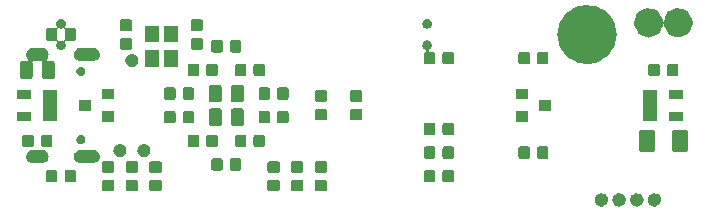
<source format=gbr>
G04 #@! TF.GenerationSoftware,KiCad,Pcbnew,(5.1.0)-1*
G04 #@! TF.CreationDate,2020-02-07T04:27:50-08:00*
G04 #@! TF.ProjectId,design,64657369-676e-42e6-9b69-6361645f7063,rev?*
G04 #@! TF.SameCoordinates,Original*
G04 #@! TF.FileFunction,Soldermask,Bot*
G04 #@! TF.FilePolarity,Negative*
%FSLAX46Y46*%
G04 Gerber Fmt 4.6, Leading zero omitted, Abs format (unit mm)*
G04 Created by KiCad (PCBNEW (5.1.0)-1) date 2020-02-07 04:27:50*
%MOMM*%
%LPD*%
G04 APERTURE LIST*
%ADD10C,2.500000*%
%ADD11C,0.700000*%
%ADD12C,1.500000*%
%ADD13C,0.100000*%
G04 APERTURE END LIST*
D10*
X195790188Y-50000000D02*
G75*
G03X195790188Y-50000000I-1250000J0D01*
G01*
D11*
X200500000Y-64000000D02*
G75*
G03X200500000Y-64000000I-250000J0D01*
G01*
X199000000Y-64000000D02*
G75*
G03X199000000Y-64000000I-250000J0D01*
G01*
X197500000Y-64000000D02*
G75*
G03X197500000Y-64000000I-250000J0D01*
G01*
X196000000Y-64000000D02*
G75*
G03X196000000Y-64000000I-250000J0D01*
G01*
D12*
X202750000Y-49000000D02*
G75*
G03X202750000Y-49000000I-500000J0D01*
G01*
X200250000Y-49000000D02*
G75*
G03X200250000Y-49000000I-500000J0D01*
G01*
D13*
G36*
X172379591Y-62303085D02*
G01*
X172413569Y-62313393D01*
X172444890Y-62330134D01*
X172472339Y-62352661D01*
X172494866Y-62380110D01*
X172511607Y-62411431D01*
X172521915Y-62445409D01*
X172526000Y-62486890D01*
X172526000Y-63088110D01*
X172521915Y-63129591D01*
X172511607Y-63163569D01*
X172494866Y-63194890D01*
X172472339Y-63222339D01*
X172444890Y-63244866D01*
X172413569Y-63261607D01*
X172379591Y-63271915D01*
X172338110Y-63276000D01*
X171661890Y-63276000D01*
X171620409Y-63271915D01*
X171586431Y-63261607D01*
X171555110Y-63244866D01*
X171527661Y-63222339D01*
X171505134Y-63194890D01*
X171488393Y-63163569D01*
X171478085Y-63129591D01*
X171474000Y-63088110D01*
X171474000Y-62486890D01*
X171478085Y-62445409D01*
X171488393Y-62411431D01*
X171505134Y-62380110D01*
X171527661Y-62352661D01*
X171555110Y-62330134D01*
X171586431Y-62313393D01*
X171620409Y-62303085D01*
X171661890Y-62299000D01*
X172338110Y-62299000D01*
X172379591Y-62303085D01*
X172379591Y-62303085D01*
G37*
G36*
X170379591Y-62303085D02*
G01*
X170413569Y-62313393D01*
X170444890Y-62330134D01*
X170472339Y-62352661D01*
X170494866Y-62380110D01*
X170511607Y-62411431D01*
X170521915Y-62445409D01*
X170526000Y-62486890D01*
X170526000Y-63088110D01*
X170521915Y-63129591D01*
X170511607Y-63163569D01*
X170494866Y-63194890D01*
X170472339Y-63222339D01*
X170444890Y-63244866D01*
X170413569Y-63261607D01*
X170379591Y-63271915D01*
X170338110Y-63276000D01*
X169661890Y-63276000D01*
X169620409Y-63271915D01*
X169586431Y-63261607D01*
X169555110Y-63244866D01*
X169527661Y-63222339D01*
X169505134Y-63194890D01*
X169488393Y-63163569D01*
X169478085Y-63129591D01*
X169474000Y-63088110D01*
X169474000Y-62486890D01*
X169478085Y-62445409D01*
X169488393Y-62411431D01*
X169505134Y-62380110D01*
X169527661Y-62352661D01*
X169555110Y-62330134D01*
X169586431Y-62313393D01*
X169620409Y-62303085D01*
X169661890Y-62299000D01*
X170338110Y-62299000D01*
X170379591Y-62303085D01*
X170379591Y-62303085D01*
G37*
G36*
X168379591Y-62303085D02*
G01*
X168413569Y-62313393D01*
X168444890Y-62330134D01*
X168472339Y-62352661D01*
X168494866Y-62380110D01*
X168511607Y-62411431D01*
X168521915Y-62445409D01*
X168526000Y-62486890D01*
X168526000Y-63088110D01*
X168521915Y-63129591D01*
X168511607Y-63163569D01*
X168494866Y-63194890D01*
X168472339Y-63222339D01*
X168444890Y-63244866D01*
X168413569Y-63261607D01*
X168379591Y-63271915D01*
X168338110Y-63276000D01*
X167661890Y-63276000D01*
X167620409Y-63271915D01*
X167586431Y-63261607D01*
X167555110Y-63244866D01*
X167527661Y-63222339D01*
X167505134Y-63194890D01*
X167488393Y-63163569D01*
X167478085Y-63129591D01*
X167474000Y-63088110D01*
X167474000Y-62486890D01*
X167478085Y-62445409D01*
X167488393Y-62411431D01*
X167505134Y-62380110D01*
X167527661Y-62352661D01*
X167555110Y-62330134D01*
X167586431Y-62313393D01*
X167620409Y-62303085D01*
X167661890Y-62299000D01*
X168338110Y-62299000D01*
X168379591Y-62303085D01*
X168379591Y-62303085D01*
G37*
G36*
X158379591Y-62303085D02*
G01*
X158413569Y-62313393D01*
X158444890Y-62330134D01*
X158472339Y-62352661D01*
X158494866Y-62380110D01*
X158511607Y-62411431D01*
X158521915Y-62445409D01*
X158526000Y-62486890D01*
X158526000Y-63088110D01*
X158521915Y-63129591D01*
X158511607Y-63163569D01*
X158494866Y-63194890D01*
X158472339Y-63222339D01*
X158444890Y-63244866D01*
X158413569Y-63261607D01*
X158379591Y-63271915D01*
X158338110Y-63276000D01*
X157661890Y-63276000D01*
X157620409Y-63271915D01*
X157586431Y-63261607D01*
X157555110Y-63244866D01*
X157527661Y-63222339D01*
X157505134Y-63194890D01*
X157488393Y-63163569D01*
X157478085Y-63129591D01*
X157474000Y-63088110D01*
X157474000Y-62486890D01*
X157478085Y-62445409D01*
X157488393Y-62411431D01*
X157505134Y-62380110D01*
X157527661Y-62352661D01*
X157555110Y-62330134D01*
X157586431Y-62313393D01*
X157620409Y-62303085D01*
X157661890Y-62299000D01*
X158338110Y-62299000D01*
X158379591Y-62303085D01*
X158379591Y-62303085D01*
G37*
G36*
X154379591Y-62303085D02*
G01*
X154413569Y-62313393D01*
X154444890Y-62330134D01*
X154472339Y-62352661D01*
X154494866Y-62380110D01*
X154511607Y-62411431D01*
X154521915Y-62445409D01*
X154526000Y-62486890D01*
X154526000Y-63088110D01*
X154521915Y-63129591D01*
X154511607Y-63163569D01*
X154494866Y-63194890D01*
X154472339Y-63222339D01*
X154444890Y-63244866D01*
X154413569Y-63261607D01*
X154379591Y-63271915D01*
X154338110Y-63276000D01*
X153661890Y-63276000D01*
X153620409Y-63271915D01*
X153586431Y-63261607D01*
X153555110Y-63244866D01*
X153527661Y-63222339D01*
X153505134Y-63194890D01*
X153488393Y-63163569D01*
X153478085Y-63129591D01*
X153474000Y-63088110D01*
X153474000Y-62486890D01*
X153478085Y-62445409D01*
X153488393Y-62411431D01*
X153505134Y-62380110D01*
X153527661Y-62352661D01*
X153555110Y-62330134D01*
X153586431Y-62313393D01*
X153620409Y-62303085D01*
X153661890Y-62299000D01*
X154338110Y-62299000D01*
X154379591Y-62303085D01*
X154379591Y-62303085D01*
G37*
G36*
X156379591Y-62303085D02*
G01*
X156413569Y-62313393D01*
X156444890Y-62330134D01*
X156472339Y-62352661D01*
X156494866Y-62380110D01*
X156511607Y-62411431D01*
X156521915Y-62445409D01*
X156526000Y-62486890D01*
X156526000Y-63088110D01*
X156521915Y-63129591D01*
X156511607Y-63163569D01*
X156494866Y-63194890D01*
X156472339Y-63222339D01*
X156444890Y-63244866D01*
X156413569Y-63261607D01*
X156379591Y-63271915D01*
X156338110Y-63276000D01*
X155661890Y-63276000D01*
X155620409Y-63271915D01*
X155586431Y-63261607D01*
X155555110Y-63244866D01*
X155527661Y-63222339D01*
X155505134Y-63194890D01*
X155488393Y-63163569D01*
X155478085Y-63129591D01*
X155474000Y-63088110D01*
X155474000Y-62486890D01*
X155478085Y-62445409D01*
X155488393Y-62411431D01*
X155505134Y-62380110D01*
X155527661Y-62352661D01*
X155555110Y-62330134D01*
X155586431Y-62313393D01*
X155620409Y-62303085D01*
X155661890Y-62299000D01*
X156338110Y-62299000D01*
X156379591Y-62303085D01*
X156379591Y-62303085D01*
G37*
G36*
X181554591Y-61478085D02*
G01*
X181588569Y-61488393D01*
X181619890Y-61505134D01*
X181647339Y-61527661D01*
X181669866Y-61555110D01*
X181686607Y-61586431D01*
X181696915Y-61620409D01*
X181701000Y-61661890D01*
X181701000Y-62338110D01*
X181696915Y-62379591D01*
X181686607Y-62413569D01*
X181669866Y-62444890D01*
X181647339Y-62472339D01*
X181619890Y-62494866D01*
X181588569Y-62511607D01*
X181554591Y-62521915D01*
X181513110Y-62526000D01*
X180911890Y-62526000D01*
X180870409Y-62521915D01*
X180836431Y-62511607D01*
X180805110Y-62494866D01*
X180777661Y-62472339D01*
X180755134Y-62444890D01*
X180738393Y-62413569D01*
X180728085Y-62379591D01*
X180724000Y-62338110D01*
X180724000Y-61661890D01*
X180728085Y-61620409D01*
X180738393Y-61586431D01*
X180755134Y-61555110D01*
X180777661Y-61527661D01*
X180805110Y-61505134D01*
X180836431Y-61488393D01*
X180870409Y-61478085D01*
X180911890Y-61474000D01*
X181513110Y-61474000D01*
X181554591Y-61478085D01*
X181554591Y-61478085D01*
G37*
G36*
X183129591Y-61478085D02*
G01*
X183163569Y-61488393D01*
X183194890Y-61505134D01*
X183222339Y-61527661D01*
X183244866Y-61555110D01*
X183261607Y-61586431D01*
X183271915Y-61620409D01*
X183276000Y-61661890D01*
X183276000Y-62338110D01*
X183271915Y-62379591D01*
X183261607Y-62413569D01*
X183244866Y-62444890D01*
X183222339Y-62472339D01*
X183194890Y-62494866D01*
X183163569Y-62511607D01*
X183129591Y-62521915D01*
X183088110Y-62526000D01*
X182486890Y-62526000D01*
X182445409Y-62521915D01*
X182411431Y-62511607D01*
X182380110Y-62494866D01*
X182352661Y-62472339D01*
X182330134Y-62444890D01*
X182313393Y-62413569D01*
X182303085Y-62379591D01*
X182299000Y-62338110D01*
X182299000Y-61661890D01*
X182303085Y-61620409D01*
X182313393Y-61586431D01*
X182330134Y-61555110D01*
X182352661Y-61527661D01*
X182380110Y-61505134D01*
X182411431Y-61488393D01*
X182445409Y-61478085D01*
X182486890Y-61474000D01*
X183088110Y-61474000D01*
X183129591Y-61478085D01*
X183129591Y-61478085D01*
G37*
G36*
X151129591Y-61478085D02*
G01*
X151163569Y-61488393D01*
X151194890Y-61505134D01*
X151222339Y-61527661D01*
X151244866Y-61555110D01*
X151261607Y-61586431D01*
X151271915Y-61620409D01*
X151276000Y-61661890D01*
X151276000Y-62338110D01*
X151271915Y-62379591D01*
X151261607Y-62413569D01*
X151244866Y-62444890D01*
X151222339Y-62472339D01*
X151194890Y-62494866D01*
X151163569Y-62511607D01*
X151129591Y-62521915D01*
X151088110Y-62526000D01*
X150486890Y-62526000D01*
X150445409Y-62521915D01*
X150411431Y-62511607D01*
X150380110Y-62494866D01*
X150352661Y-62472339D01*
X150330134Y-62444890D01*
X150313393Y-62413569D01*
X150303085Y-62379591D01*
X150299000Y-62338110D01*
X150299000Y-61661890D01*
X150303085Y-61620409D01*
X150313393Y-61586431D01*
X150330134Y-61555110D01*
X150352661Y-61527661D01*
X150380110Y-61505134D01*
X150411431Y-61488393D01*
X150445409Y-61478085D01*
X150486890Y-61474000D01*
X151088110Y-61474000D01*
X151129591Y-61478085D01*
X151129591Y-61478085D01*
G37*
G36*
X149554591Y-61478085D02*
G01*
X149588569Y-61488393D01*
X149619890Y-61505134D01*
X149647339Y-61527661D01*
X149669866Y-61555110D01*
X149686607Y-61586431D01*
X149696915Y-61620409D01*
X149701000Y-61661890D01*
X149701000Y-62338110D01*
X149696915Y-62379591D01*
X149686607Y-62413569D01*
X149669866Y-62444890D01*
X149647339Y-62472339D01*
X149619890Y-62494866D01*
X149588569Y-62511607D01*
X149554591Y-62521915D01*
X149513110Y-62526000D01*
X148911890Y-62526000D01*
X148870409Y-62521915D01*
X148836431Y-62511607D01*
X148805110Y-62494866D01*
X148777661Y-62472339D01*
X148755134Y-62444890D01*
X148738393Y-62413569D01*
X148728085Y-62379591D01*
X148724000Y-62338110D01*
X148724000Y-61661890D01*
X148728085Y-61620409D01*
X148738393Y-61586431D01*
X148755134Y-61555110D01*
X148777661Y-61527661D01*
X148805110Y-61505134D01*
X148836431Y-61488393D01*
X148870409Y-61478085D01*
X148911890Y-61474000D01*
X149513110Y-61474000D01*
X149554591Y-61478085D01*
X149554591Y-61478085D01*
G37*
G36*
X170379591Y-60728085D02*
G01*
X170413569Y-60738393D01*
X170444890Y-60755134D01*
X170472339Y-60777661D01*
X170494866Y-60805110D01*
X170511607Y-60836431D01*
X170521915Y-60870409D01*
X170526000Y-60911890D01*
X170526000Y-61513110D01*
X170521915Y-61554591D01*
X170511607Y-61588569D01*
X170494866Y-61619890D01*
X170472339Y-61647339D01*
X170444890Y-61669866D01*
X170413569Y-61686607D01*
X170379591Y-61696915D01*
X170338110Y-61701000D01*
X169661890Y-61701000D01*
X169620409Y-61696915D01*
X169586431Y-61686607D01*
X169555110Y-61669866D01*
X169527661Y-61647339D01*
X169505134Y-61619890D01*
X169488393Y-61588569D01*
X169478085Y-61554591D01*
X169474000Y-61513110D01*
X169474000Y-60911890D01*
X169478085Y-60870409D01*
X169488393Y-60836431D01*
X169505134Y-60805110D01*
X169527661Y-60777661D01*
X169555110Y-60755134D01*
X169586431Y-60738393D01*
X169620409Y-60728085D01*
X169661890Y-60724000D01*
X170338110Y-60724000D01*
X170379591Y-60728085D01*
X170379591Y-60728085D01*
G37*
G36*
X154379591Y-60728085D02*
G01*
X154413569Y-60738393D01*
X154444890Y-60755134D01*
X154472339Y-60777661D01*
X154494866Y-60805110D01*
X154511607Y-60836431D01*
X154521915Y-60870409D01*
X154526000Y-60911890D01*
X154526000Y-61513110D01*
X154521915Y-61554591D01*
X154511607Y-61588569D01*
X154494866Y-61619890D01*
X154472339Y-61647339D01*
X154444890Y-61669866D01*
X154413569Y-61686607D01*
X154379591Y-61696915D01*
X154338110Y-61701000D01*
X153661890Y-61701000D01*
X153620409Y-61696915D01*
X153586431Y-61686607D01*
X153555110Y-61669866D01*
X153527661Y-61647339D01*
X153505134Y-61619890D01*
X153488393Y-61588569D01*
X153478085Y-61554591D01*
X153474000Y-61513110D01*
X153474000Y-60911890D01*
X153478085Y-60870409D01*
X153488393Y-60836431D01*
X153505134Y-60805110D01*
X153527661Y-60777661D01*
X153555110Y-60755134D01*
X153586431Y-60738393D01*
X153620409Y-60728085D01*
X153661890Y-60724000D01*
X154338110Y-60724000D01*
X154379591Y-60728085D01*
X154379591Y-60728085D01*
G37*
G36*
X156379591Y-60728085D02*
G01*
X156413569Y-60738393D01*
X156444890Y-60755134D01*
X156472339Y-60777661D01*
X156494866Y-60805110D01*
X156511607Y-60836431D01*
X156521915Y-60870409D01*
X156526000Y-60911890D01*
X156526000Y-61513110D01*
X156521915Y-61554591D01*
X156511607Y-61588569D01*
X156494866Y-61619890D01*
X156472339Y-61647339D01*
X156444890Y-61669866D01*
X156413569Y-61686607D01*
X156379591Y-61696915D01*
X156338110Y-61701000D01*
X155661890Y-61701000D01*
X155620409Y-61696915D01*
X155586431Y-61686607D01*
X155555110Y-61669866D01*
X155527661Y-61647339D01*
X155505134Y-61619890D01*
X155488393Y-61588569D01*
X155478085Y-61554591D01*
X155474000Y-61513110D01*
X155474000Y-60911890D01*
X155478085Y-60870409D01*
X155488393Y-60836431D01*
X155505134Y-60805110D01*
X155527661Y-60777661D01*
X155555110Y-60755134D01*
X155586431Y-60738393D01*
X155620409Y-60728085D01*
X155661890Y-60724000D01*
X156338110Y-60724000D01*
X156379591Y-60728085D01*
X156379591Y-60728085D01*
G37*
G36*
X158379591Y-60728085D02*
G01*
X158413569Y-60738393D01*
X158444890Y-60755134D01*
X158472339Y-60777661D01*
X158494866Y-60805110D01*
X158511607Y-60836431D01*
X158521915Y-60870409D01*
X158526000Y-60911890D01*
X158526000Y-61513110D01*
X158521915Y-61554591D01*
X158511607Y-61588569D01*
X158494866Y-61619890D01*
X158472339Y-61647339D01*
X158444890Y-61669866D01*
X158413569Y-61686607D01*
X158379591Y-61696915D01*
X158338110Y-61701000D01*
X157661890Y-61701000D01*
X157620409Y-61696915D01*
X157586431Y-61686607D01*
X157555110Y-61669866D01*
X157527661Y-61647339D01*
X157505134Y-61619890D01*
X157488393Y-61588569D01*
X157478085Y-61554591D01*
X157474000Y-61513110D01*
X157474000Y-60911890D01*
X157478085Y-60870409D01*
X157488393Y-60836431D01*
X157505134Y-60805110D01*
X157527661Y-60777661D01*
X157555110Y-60755134D01*
X157586431Y-60738393D01*
X157620409Y-60728085D01*
X157661890Y-60724000D01*
X158338110Y-60724000D01*
X158379591Y-60728085D01*
X158379591Y-60728085D01*
G37*
G36*
X172379591Y-60728085D02*
G01*
X172413569Y-60738393D01*
X172444890Y-60755134D01*
X172472339Y-60777661D01*
X172494866Y-60805110D01*
X172511607Y-60836431D01*
X172521915Y-60870409D01*
X172526000Y-60911890D01*
X172526000Y-61513110D01*
X172521915Y-61554591D01*
X172511607Y-61588569D01*
X172494866Y-61619890D01*
X172472339Y-61647339D01*
X172444890Y-61669866D01*
X172413569Y-61686607D01*
X172379591Y-61696915D01*
X172338110Y-61701000D01*
X171661890Y-61701000D01*
X171620409Y-61696915D01*
X171586431Y-61686607D01*
X171555110Y-61669866D01*
X171527661Y-61647339D01*
X171505134Y-61619890D01*
X171488393Y-61588569D01*
X171478085Y-61554591D01*
X171474000Y-61513110D01*
X171474000Y-60911890D01*
X171478085Y-60870409D01*
X171488393Y-60836431D01*
X171505134Y-60805110D01*
X171527661Y-60777661D01*
X171555110Y-60755134D01*
X171586431Y-60738393D01*
X171620409Y-60728085D01*
X171661890Y-60724000D01*
X172338110Y-60724000D01*
X172379591Y-60728085D01*
X172379591Y-60728085D01*
G37*
G36*
X168379591Y-60728085D02*
G01*
X168413569Y-60738393D01*
X168444890Y-60755134D01*
X168472339Y-60777661D01*
X168494866Y-60805110D01*
X168511607Y-60836431D01*
X168521915Y-60870409D01*
X168526000Y-60911890D01*
X168526000Y-61513110D01*
X168521915Y-61554591D01*
X168511607Y-61588569D01*
X168494866Y-61619890D01*
X168472339Y-61647339D01*
X168444890Y-61669866D01*
X168413569Y-61686607D01*
X168379591Y-61696915D01*
X168338110Y-61701000D01*
X167661890Y-61701000D01*
X167620409Y-61696915D01*
X167586431Y-61686607D01*
X167555110Y-61669866D01*
X167527661Y-61647339D01*
X167505134Y-61619890D01*
X167488393Y-61588569D01*
X167478085Y-61554591D01*
X167474000Y-61513110D01*
X167474000Y-60911890D01*
X167478085Y-60870409D01*
X167488393Y-60836431D01*
X167505134Y-60805110D01*
X167527661Y-60777661D01*
X167555110Y-60755134D01*
X167586431Y-60738393D01*
X167620409Y-60728085D01*
X167661890Y-60724000D01*
X168338110Y-60724000D01*
X168379591Y-60728085D01*
X168379591Y-60728085D01*
G37*
G36*
X163554591Y-60478085D02*
G01*
X163588569Y-60488393D01*
X163619890Y-60505134D01*
X163647339Y-60527661D01*
X163669866Y-60555110D01*
X163686607Y-60586431D01*
X163696915Y-60620409D01*
X163701000Y-60661890D01*
X163701000Y-61338110D01*
X163696915Y-61379591D01*
X163686607Y-61413569D01*
X163669866Y-61444890D01*
X163647339Y-61472339D01*
X163619890Y-61494866D01*
X163588569Y-61511607D01*
X163554591Y-61521915D01*
X163513110Y-61526000D01*
X162911890Y-61526000D01*
X162870409Y-61521915D01*
X162836431Y-61511607D01*
X162805110Y-61494866D01*
X162777661Y-61472339D01*
X162755134Y-61444890D01*
X162738393Y-61413569D01*
X162728085Y-61379591D01*
X162724000Y-61338110D01*
X162724000Y-60661890D01*
X162728085Y-60620409D01*
X162738393Y-60586431D01*
X162755134Y-60555110D01*
X162777661Y-60527661D01*
X162805110Y-60505134D01*
X162836431Y-60488393D01*
X162870409Y-60478085D01*
X162911890Y-60474000D01*
X163513110Y-60474000D01*
X163554591Y-60478085D01*
X163554591Y-60478085D01*
G37*
G36*
X165129591Y-60478085D02*
G01*
X165163569Y-60488393D01*
X165194890Y-60505134D01*
X165222339Y-60527661D01*
X165244866Y-60555110D01*
X165261607Y-60586431D01*
X165271915Y-60620409D01*
X165276000Y-60661890D01*
X165276000Y-61338110D01*
X165271915Y-61379591D01*
X165261607Y-61413569D01*
X165244866Y-61444890D01*
X165222339Y-61472339D01*
X165194890Y-61494866D01*
X165163569Y-61511607D01*
X165129591Y-61521915D01*
X165088110Y-61526000D01*
X164486890Y-61526000D01*
X164445409Y-61521915D01*
X164411431Y-61511607D01*
X164380110Y-61494866D01*
X164352661Y-61472339D01*
X164330134Y-61444890D01*
X164313393Y-61413569D01*
X164303085Y-61379591D01*
X164299000Y-61338110D01*
X164299000Y-60661890D01*
X164303085Y-60620409D01*
X164313393Y-60586431D01*
X164330134Y-60555110D01*
X164352661Y-60527661D01*
X164380110Y-60505134D01*
X164411431Y-60488393D01*
X164445409Y-60478085D01*
X164486890Y-60474000D01*
X165088110Y-60474000D01*
X165129591Y-60478085D01*
X165129591Y-60478085D01*
G37*
G36*
X152838015Y-59776973D02*
G01*
X152941879Y-59808479D01*
X152969055Y-59823005D01*
X153037600Y-59859643D01*
X153121501Y-59928499D01*
X153190357Y-60012400D01*
X153220487Y-60068770D01*
X153241521Y-60108121D01*
X153273027Y-60211985D01*
X153283666Y-60320000D01*
X153273027Y-60428015D01*
X153241521Y-60531879D01*
X153226995Y-60559055D01*
X153190357Y-60627600D01*
X153121501Y-60711501D01*
X153037600Y-60780357D01*
X152969055Y-60816995D01*
X152941879Y-60831521D01*
X152838015Y-60863027D01*
X152757067Y-60871000D01*
X151602933Y-60871000D01*
X151521985Y-60863027D01*
X151418121Y-60831521D01*
X151390945Y-60816995D01*
X151322400Y-60780357D01*
X151238499Y-60711501D01*
X151169643Y-60627600D01*
X151133005Y-60559055D01*
X151118479Y-60531879D01*
X151086973Y-60428015D01*
X151076334Y-60320000D01*
X151086973Y-60211985D01*
X151118479Y-60108121D01*
X151139513Y-60068770D01*
X151169643Y-60012400D01*
X151238499Y-59928499D01*
X151322400Y-59859643D01*
X151390945Y-59823005D01*
X151418121Y-59808479D01*
X151521985Y-59776973D01*
X151602933Y-59769000D01*
X152757067Y-59769000D01*
X152838015Y-59776973D01*
X152838015Y-59776973D01*
G37*
G36*
X148456418Y-59766483D02*
G01*
X148491999Y-59775395D01*
X148508015Y-59776973D01*
X148611879Y-59808479D01*
X148639055Y-59823005D01*
X148707600Y-59859643D01*
X148791501Y-59928499D01*
X148860357Y-60012400D01*
X148890487Y-60068770D01*
X148911521Y-60108121D01*
X148943027Y-60211985D01*
X148953666Y-60320000D01*
X148943027Y-60428015D01*
X148911521Y-60531879D01*
X148896995Y-60559055D01*
X148860357Y-60627600D01*
X148791501Y-60711501D01*
X148707600Y-60780357D01*
X148639055Y-60816995D01*
X148611879Y-60831521D01*
X148508015Y-60863027D01*
X148427067Y-60871000D01*
X147572933Y-60871000D01*
X147491985Y-60863027D01*
X147388121Y-60831521D01*
X147360945Y-60816995D01*
X147292400Y-60780357D01*
X147208499Y-60711501D01*
X147139643Y-60627600D01*
X147103005Y-60559055D01*
X147088479Y-60531879D01*
X147056973Y-60428015D01*
X147046334Y-60320000D01*
X147056973Y-60211985D01*
X147088479Y-60108121D01*
X147109513Y-60068770D01*
X147139643Y-60012400D01*
X147208499Y-59928499D01*
X147292400Y-59859643D01*
X147360945Y-59823005D01*
X147388121Y-59808479D01*
X147491985Y-59776973D01*
X147508002Y-59775395D01*
X147532032Y-59770616D01*
X147548272Y-59763889D01*
X147582733Y-59769000D01*
X148417267Y-59769000D01*
X148441653Y-59766598D01*
X148451210Y-59763699D01*
X148456418Y-59766483D01*
X148456418Y-59766483D01*
G37*
G36*
X183129591Y-59478085D02*
G01*
X183163569Y-59488393D01*
X183194890Y-59505134D01*
X183222339Y-59527661D01*
X183244866Y-59555110D01*
X183261607Y-59586431D01*
X183271915Y-59620409D01*
X183276000Y-59661890D01*
X183276000Y-60338110D01*
X183271915Y-60379591D01*
X183261607Y-60413569D01*
X183244866Y-60444890D01*
X183222339Y-60472339D01*
X183194890Y-60494866D01*
X183163569Y-60511607D01*
X183129591Y-60521915D01*
X183088110Y-60526000D01*
X182486890Y-60526000D01*
X182445409Y-60521915D01*
X182411431Y-60511607D01*
X182380110Y-60494866D01*
X182352661Y-60472339D01*
X182330134Y-60444890D01*
X182313393Y-60413569D01*
X182303085Y-60379591D01*
X182299000Y-60338110D01*
X182299000Y-59661890D01*
X182303085Y-59620409D01*
X182313393Y-59586431D01*
X182330134Y-59555110D01*
X182352661Y-59527661D01*
X182380110Y-59505134D01*
X182411431Y-59488393D01*
X182445409Y-59478085D01*
X182486890Y-59474000D01*
X183088110Y-59474000D01*
X183129591Y-59478085D01*
X183129591Y-59478085D01*
G37*
G36*
X191129591Y-59478085D02*
G01*
X191163569Y-59488393D01*
X191194890Y-59505134D01*
X191222339Y-59527661D01*
X191244866Y-59555110D01*
X191261607Y-59586431D01*
X191271915Y-59620409D01*
X191276000Y-59661890D01*
X191276000Y-60338110D01*
X191271915Y-60379591D01*
X191261607Y-60413569D01*
X191244866Y-60444890D01*
X191222339Y-60472339D01*
X191194890Y-60494866D01*
X191163569Y-60511607D01*
X191129591Y-60521915D01*
X191088110Y-60526000D01*
X190486890Y-60526000D01*
X190445409Y-60521915D01*
X190411431Y-60511607D01*
X190380110Y-60494866D01*
X190352661Y-60472339D01*
X190330134Y-60444890D01*
X190313393Y-60413569D01*
X190303085Y-60379591D01*
X190299000Y-60338110D01*
X190299000Y-59661890D01*
X190303085Y-59620409D01*
X190313393Y-59586431D01*
X190330134Y-59555110D01*
X190352661Y-59527661D01*
X190380110Y-59505134D01*
X190411431Y-59488393D01*
X190445409Y-59478085D01*
X190486890Y-59474000D01*
X191088110Y-59474000D01*
X191129591Y-59478085D01*
X191129591Y-59478085D01*
G37*
G36*
X189554591Y-59478085D02*
G01*
X189588569Y-59488393D01*
X189619890Y-59505134D01*
X189647339Y-59527661D01*
X189669866Y-59555110D01*
X189686607Y-59586431D01*
X189696915Y-59620409D01*
X189701000Y-59661890D01*
X189701000Y-60338110D01*
X189696915Y-60379591D01*
X189686607Y-60413569D01*
X189669866Y-60444890D01*
X189647339Y-60472339D01*
X189619890Y-60494866D01*
X189588569Y-60511607D01*
X189554591Y-60521915D01*
X189513110Y-60526000D01*
X188911890Y-60526000D01*
X188870409Y-60521915D01*
X188836431Y-60511607D01*
X188805110Y-60494866D01*
X188777661Y-60472339D01*
X188755134Y-60444890D01*
X188738393Y-60413569D01*
X188728085Y-60379591D01*
X188724000Y-60338110D01*
X188724000Y-59661890D01*
X188728085Y-59620409D01*
X188738393Y-59586431D01*
X188755134Y-59555110D01*
X188777661Y-59527661D01*
X188805110Y-59505134D01*
X188836431Y-59488393D01*
X188870409Y-59478085D01*
X188911890Y-59474000D01*
X189513110Y-59474000D01*
X189554591Y-59478085D01*
X189554591Y-59478085D01*
G37*
G36*
X181554591Y-59478085D02*
G01*
X181588569Y-59488393D01*
X181619890Y-59505134D01*
X181647339Y-59527661D01*
X181669866Y-59555110D01*
X181686607Y-59586431D01*
X181696915Y-59620409D01*
X181701000Y-59661890D01*
X181701000Y-60338110D01*
X181696915Y-60379591D01*
X181686607Y-60413569D01*
X181669866Y-60444890D01*
X181647339Y-60472339D01*
X181619890Y-60494866D01*
X181588569Y-60511607D01*
X181554591Y-60521915D01*
X181513110Y-60526000D01*
X180911890Y-60526000D01*
X180870409Y-60521915D01*
X180836431Y-60511607D01*
X180805110Y-60494866D01*
X180777661Y-60472339D01*
X180755134Y-60444890D01*
X180738393Y-60413569D01*
X180728085Y-60379591D01*
X180724000Y-60338110D01*
X180724000Y-59661890D01*
X180728085Y-59620409D01*
X180738393Y-59586431D01*
X180755134Y-59555110D01*
X180777661Y-59527661D01*
X180805110Y-59505134D01*
X180836431Y-59488393D01*
X180870409Y-59478085D01*
X180911890Y-59474000D01*
X181513110Y-59474000D01*
X181554591Y-59478085D01*
X181554591Y-59478085D01*
G37*
G36*
X157122578Y-59274197D02*
G01*
X157175350Y-59284694D01*
X157274770Y-59325875D01*
X157364246Y-59385661D01*
X157440339Y-59461754D01*
X157500125Y-59551230D01*
X157541306Y-59650650D01*
X157543542Y-59661890D01*
X157562300Y-59756193D01*
X157562300Y-59863807D01*
X157556579Y-59892567D01*
X157541306Y-59969350D01*
X157500125Y-60068770D01*
X157440339Y-60158246D01*
X157364246Y-60234339D01*
X157274770Y-60294125D01*
X157175350Y-60335306D01*
X157161253Y-60338110D01*
X157069807Y-60356300D01*
X156962193Y-60356300D01*
X156870747Y-60338110D01*
X156856650Y-60335306D01*
X156757230Y-60294125D01*
X156667754Y-60234339D01*
X156591661Y-60158246D01*
X156531875Y-60068770D01*
X156490694Y-59969350D01*
X156475421Y-59892567D01*
X156469700Y-59863807D01*
X156469700Y-59756193D01*
X156488458Y-59661890D01*
X156490694Y-59650650D01*
X156531875Y-59551230D01*
X156591661Y-59461754D01*
X156667754Y-59385661D01*
X156757230Y-59325875D01*
X156856650Y-59284694D01*
X156909422Y-59274197D01*
X156962193Y-59263700D01*
X157069807Y-59263700D01*
X157122578Y-59274197D01*
X157122578Y-59274197D01*
G37*
G36*
X155090578Y-59274197D02*
G01*
X155143350Y-59284694D01*
X155242770Y-59325875D01*
X155332246Y-59385661D01*
X155408339Y-59461754D01*
X155468125Y-59551230D01*
X155509306Y-59650650D01*
X155511542Y-59661890D01*
X155530300Y-59756193D01*
X155530300Y-59863807D01*
X155524579Y-59892567D01*
X155509306Y-59969350D01*
X155468125Y-60068770D01*
X155408339Y-60158246D01*
X155332246Y-60234339D01*
X155242770Y-60294125D01*
X155143350Y-60335306D01*
X155129253Y-60338110D01*
X155037807Y-60356300D01*
X154930193Y-60356300D01*
X154838747Y-60338110D01*
X154824650Y-60335306D01*
X154725230Y-60294125D01*
X154635754Y-60234339D01*
X154559661Y-60158246D01*
X154499875Y-60068770D01*
X154458694Y-59969350D01*
X154443421Y-59892567D01*
X154437700Y-59863807D01*
X154437700Y-59756193D01*
X154456458Y-59661890D01*
X154458694Y-59650650D01*
X154499875Y-59551230D01*
X154559661Y-59461754D01*
X154635754Y-59385661D01*
X154725230Y-59325875D01*
X154824650Y-59284694D01*
X154877422Y-59274197D01*
X154930193Y-59263700D01*
X155037807Y-59263700D01*
X155090578Y-59274197D01*
X155090578Y-59274197D01*
G37*
G36*
X202918604Y-58078347D02*
G01*
X202955144Y-58089432D01*
X202988821Y-58107433D01*
X203018341Y-58131659D01*
X203042567Y-58161179D01*
X203060568Y-58194856D01*
X203071653Y-58231396D01*
X203076000Y-58275538D01*
X203076000Y-59724462D01*
X203071653Y-59768604D01*
X203060568Y-59805144D01*
X203042567Y-59838821D01*
X203018341Y-59868341D01*
X202988821Y-59892567D01*
X202955144Y-59910568D01*
X202918604Y-59921653D01*
X202874462Y-59926000D01*
X201925538Y-59926000D01*
X201881396Y-59921653D01*
X201844856Y-59910568D01*
X201811179Y-59892567D01*
X201781659Y-59868341D01*
X201757433Y-59838821D01*
X201739432Y-59805144D01*
X201728347Y-59768604D01*
X201724000Y-59724462D01*
X201724000Y-58275538D01*
X201728347Y-58231396D01*
X201739432Y-58194856D01*
X201757433Y-58161179D01*
X201781659Y-58131659D01*
X201811179Y-58107433D01*
X201844856Y-58089432D01*
X201881396Y-58078347D01*
X201925538Y-58074000D01*
X202874462Y-58074000D01*
X202918604Y-58078347D01*
X202918604Y-58078347D01*
G37*
G36*
X200118604Y-58078347D02*
G01*
X200155144Y-58089432D01*
X200188821Y-58107433D01*
X200218341Y-58131659D01*
X200242567Y-58161179D01*
X200260568Y-58194856D01*
X200271653Y-58231396D01*
X200276000Y-58275538D01*
X200276000Y-59724462D01*
X200271653Y-59768604D01*
X200260568Y-59805144D01*
X200242567Y-59838821D01*
X200218341Y-59868341D01*
X200188821Y-59892567D01*
X200155144Y-59910568D01*
X200118604Y-59921653D01*
X200074462Y-59926000D01*
X199125538Y-59926000D01*
X199081396Y-59921653D01*
X199044856Y-59910568D01*
X199011179Y-59892567D01*
X198981659Y-59868341D01*
X198957433Y-59838821D01*
X198939432Y-59805144D01*
X198928347Y-59768604D01*
X198924000Y-59724462D01*
X198924000Y-58275538D01*
X198928347Y-58231396D01*
X198939432Y-58194856D01*
X198957433Y-58161179D01*
X198981659Y-58131659D01*
X199011179Y-58107433D01*
X199044856Y-58089432D01*
X199081396Y-58078347D01*
X199125538Y-58074000D01*
X200074462Y-58074000D01*
X200118604Y-58078347D01*
X200118604Y-58078347D01*
G37*
G36*
X149129591Y-58478085D02*
G01*
X149163569Y-58488393D01*
X149194890Y-58505134D01*
X149222339Y-58527661D01*
X149244866Y-58555110D01*
X149261607Y-58586431D01*
X149271915Y-58620409D01*
X149276000Y-58661890D01*
X149276000Y-59338110D01*
X149271915Y-59379591D01*
X149261607Y-59413569D01*
X149244866Y-59444890D01*
X149222339Y-59472339D01*
X149194890Y-59494866D01*
X149163569Y-59511607D01*
X149129591Y-59521915D01*
X149088110Y-59526000D01*
X148504253Y-59526000D01*
X148479867Y-59528402D01*
X148469010Y-59531695D01*
X148453552Y-59524384D01*
X148411428Y-59511606D01*
X148380110Y-59494866D01*
X148352661Y-59472339D01*
X148330134Y-59444890D01*
X148313393Y-59413569D01*
X148303085Y-59379591D01*
X148299000Y-59338110D01*
X148299000Y-58661890D01*
X148303085Y-58620409D01*
X148313393Y-58586431D01*
X148330134Y-58555110D01*
X148352661Y-58527661D01*
X148380110Y-58505134D01*
X148411431Y-58488393D01*
X148445409Y-58478085D01*
X148486890Y-58474000D01*
X149088110Y-58474000D01*
X149129591Y-58478085D01*
X149129591Y-58478085D01*
G37*
G36*
X147554591Y-58478085D02*
G01*
X147588569Y-58488393D01*
X147619890Y-58505134D01*
X147647339Y-58527661D01*
X147669866Y-58555110D01*
X147686607Y-58586431D01*
X147696915Y-58620409D01*
X147701000Y-58661890D01*
X147701000Y-59338110D01*
X147696915Y-59379591D01*
X147686607Y-59413569D01*
X147669866Y-59444890D01*
X147647339Y-59472339D01*
X147619890Y-59494866D01*
X147588572Y-59511606D01*
X147546448Y-59524384D01*
X147530208Y-59531111D01*
X147495747Y-59526000D01*
X146911890Y-59526000D01*
X146870409Y-59521915D01*
X146836431Y-59511607D01*
X146805110Y-59494866D01*
X146777661Y-59472339D01*
X146755134Y-59444890D01*
X146738393Y-59413569D01*
X146728085Y-59379591D01*
X146724000Y-59338110D01*
X146724000Y-58661890D01*
X146728085Y-58620409D01*
X146738393Y-58586431D01*
X146755134Y-58555110D01*
X146777661Y-58527661D01*
X146805110Y-58505134D01*
X146836431Y-58488393D01*
X146870409Y-58478085D01*
X146911890Y-58474000D01*
X147513110Y-58474000D01*
X147554591Y-58478085D01*
X147554591Y-58478085D01*
G37*
G36*
X167129591Y-58478085D02*
G01*
X167163569Y-58488393D01*
X167194890Y-58505134D01*
X167222339Y-58527661D01*
X167244866Y-58555110D01*
X167261607Y-58586431D01*
X167271915Y-58620409D01*
X167276000Y-58661890D01*
X167276000Y-59338110D01*
X167271915Y-59379591D01*
X167261607Y-59413569D01*
X167244866Y-59444890D01*
X167222339Y-59472339D01*
X167194890Y-59494866D01*
X167163569Y-59511607D01*
X167129591Y-59521915D01*
X167088110Y-59526000D01*
X166486890Y-59526000D01*
X166445409Y-59521915D01*
X166411431Y-59511607D01*
X166380110Y-59494866D01*
X166352661Y-59472339D01*
X166330134Y-59444890D01*
X166313393Y-59413569D01*
X166303085Y-59379591D01*
X166299000Y-59338110D01*
X166299000Y-58661890D01*
X166303085Y-58620409D01*
X166313393Y-58586431D01*
X166330134Y-58555110D01*
X166352661Y-58527661D01*
X166380110Y-58505134D01*
X166411431Y-58488393D01*
X166445409Y-58478085D01*
X166486890Y-58474000D01*
X167088110Y-58474000D01*
X167129591Y-58478085D01*
X167129591Y-58478085D01*
G37*
G36*
X163129591Y-58478085D02*
G01*
X163163569Y-58488393D01*
X163194890Y-58505134D01*
X163222339Y-58527661D01*
X163244866Y-58555110D01*
X163261607Y-58586431D01*
X163271915Y-58620409D01*
X163276000Y-58661890D01*
X163276000Y-59338110D01*
X163271915Y-59379591D01*
X163261607Y-59413569D01*
X163244866Y-59444890D01*
X163222339Y-59472339D01*
X163194890Y-59494866D01*
X163163569Y-59511607D01*
X163129591Y-59521915D01*
X163088110Y-59526000D01*
X162486890Y-59526000D01*
X162445409Y-59521915D01*
X162411431Y-59511607D01*
X162380110Y-59494866D01*
X162352661Y-59472339D01*
X162330134Y-59444890D01*
X162313393Y-59413569D01*
X162303085Y-59379591D01*
X162299000Y-59338110D01*
X162299000Y-58661890D01*
X162303085Y-58620409D01*
X162313393Y-58586431D01*
X162330134Y-58555110D01*
X162352661Y-58527661D01*
X162380110Y-58505134D01*
X162411431Y-58488393D01*
X162445409Y-58478085D01*
X162486890Y-58474000D01*
X163088110Y-58474000D01*
X163129591Y-58478085D01*
X163129591Y-58478085D01*
G37*
G36*
X161554591Y-58478085D02*
G01*
X161588569Y-58488393D01*
X161619890Y-58505134D01*
X161647339Y-58527661D01*
X161669866Y-58555110D01*
X161686607Y-58586431D01*
X161696915Y-58620409D01*
X161701000Y-58661890D01*
X161701000Y-59338110D01*
X161696915Y-59379591D01*
X161686607Y-59413569D01*
X161669866Y-59444890D01*
X161647339Y-59472339D01*
X161619890Y-59494866D01*
X161588569Y-59511607D01*
X161554591Y-59521915D01*
X161513110Y-59526000D01*
X160911890Y-59526000D01*
X160870409Y-59521915D01*
X160836431Y-59511607D01*
X160805110Y-59494866D01*
X160777661Y-59472339D01*
X160755134Y-59444890D01*
X160738393Y-59413569D01*
X160728085Y-59379591D01*
X160724000Y-59338110D01*
X160724000Y-58661890D01*
X160728085Y-58620409D01*
X160738393Y-58586431D01*
X160755134Y-58555110D01*
X160777661Y-58527661D01*
X160805110Y-58505134D01*
X160836431Y-58488393D01*
X160870409Y-58478085D01*
X160911890Y-58474000D01*
X161513110Y-58474000D01*
X161554591Y-58478085D01*
X161554591Y-58478085D01*
G37*
G36*
X165554591Y-58478085D02*
G01*
X165588569Y-58488393D01*
X165619890Y-58505134D01*
X165647339Y-58527661D01*
X165669866Y-58555110D01*
X165686607Y-58586431D01*
X165696915Y-58620409D01*
X165701000Y-58661890D01*
X165701000Y-59338110D01*
X165696915Y-59379591D01*
X165686607Y-59413569D01*
X165669866Y-59444890D01*
X165647339Y-59472339D01*
X165619890Y-59494866D01*
X165588569Y-59511607D01*
X165554591Y-59521915D01*
X165513110Y-59526000D01*
X164911890Y-59526000D01*
X164870409Y-59521915D01*
X164836431Y-59511607D01*
X164805110Y-59494866D01*
X164777661Y-59472339D01*
X164755134Y-59444890D01*
X164738393Y-59413569D01*
X164728085Y-59379591D01*
X164724000Y-59338110D01*
X164724000Y-58661890D01*
X164728085Y-58620409D01*
X164738393Y-58586431D01*
X164755134Y-58555110D01*
X164777661Y-58527661D01*
X164805110Y-58505134D01*
X164836431Y-58488393D01*
X164870409Y-58478085D01*
X164911890Y-58474000D01*
X165513110Y-58474000D01*
X165554591Y-58478085D01*
X165554591Y-58478085D01*
G37*
G36*
X151753710Y-58519440D02*
G01*
X151824585Y-58540940D01*
X151889904Y-58575854D01*
X151947159Y-58622841D01*
X151994146Y-58680096D01*
X152029060Y-58745415D01*
X152050560Y-58816290D01*
X152057819Y-58890000D01*
X152050560Y-58963710D01*
X152029060Y-59034585D01*
X151994146Y-59099904D01*
X151947159Y-59157159D01*
X151889904Y-59204146D01*
X151824585Y-59239060D01*
X151753710Y-59260560D01*
X151698472Y-59266000D01*
X151661528Y-59266000D01*
X151606290Y-59260560D01*
X151535415Y-59239060D01*
X151470096Y-59204146D01*
X151412841Y-59157159D01*
X151365854Y-59099904D01*
X151330940Y-59034585D01*
X151309440Y-58963710D01*
X151302181Y-58890000D01*
X151309440Y-58816290D01*
X151330940Y-58745415D01*
X151365854Y-58680096D01*
X151412841Y-58622841D01*
X151470096Y-58575854D01*
X151535415Y-58540940D01*
X151606290Y-58519440D01*
X151661528Y-58514000D01*
X151698472Y-58514000D01*
X151753710Y-58519440D01*
X151753710Y-58519440D01*
G37*
G36*
X183129591Y-57478085D02*
G01*
X183163569Y-57488393D01*
X183194890Y-57505134D01*
X183222339Y-57527661D01*
X183244866Y-57555110D01*
X183261607Y-57586431D01*
X183271915Y-57620409D01*
X183276000Y-57661890D01*
X183276000Y-58338110D01*
X183271915Y-58379591D01*
X183261607Y-58413569D01*
X183244866Y-58444890D01*
X183222339Y-58472339D01*
X183194890Y-58494866D01*
X183163569Y-58511607D01*
X183129591Y-58521915D01*
X183088110Y-58526000D01*
X182486890Y-58526000D01*
X182445409Y-58521915D01*
X182411431Y-58511607D01*
X182380110Y-58494866D01*
X182352661Y-58472339D01*
X182330134Y-58444890D01*
X182313393Y-58413569D01*
X182303085Y-58379591D01*
X182299000Y-58338110D01*
X182299000Y-57661890D01*
X182303085Y-57620409D01*
X182313393Y-57586431D01*
X182330134Y-57555110D01*
X182352661Y-57527661D01*
X182380110Y-57505134D01*
X182411431Y-57488393D01*
X182445409Y-57478085D01*
X182486890Y-57474000D01*
X183088110Y-57474000D01*
X183129591Y-57478085D01*
X183129591Y-57478085D01*
G37*
G36*
X181554591Y-57478085D02*
G01*
X181588569Y-57488393D01*
X181619890Y-57505134D01*
X181647339Y-57527661D01*
X181669866Y-57555110D01*
X181686607Y-57586431D01*
X181696915Y-57620409D01*
X181701000Y-57661890D01*
X181701000Y-58338110D01*
X181696915Y-58379591D01*
X181686607Y-58413569D01*
X181669866Y-58444890D01*
X181647339Y-58472339D01*
X181619890Y-58494866D01*
X181588569Y-58511607D01*
X181554591Y-58521915D01*
X181513110Y-58526000D01*
X180911890Y-58526000D01*
X180870409Y-58521915D01*
X180836431Y-58511607D01*
X180805110Y-58494866D01*
X180777661Y-58472339D01*
X180755134Y-58444890D01*
X180738393Y-58413569D01*
X180728085Y-58379591D01*
X180724000Y-58338110D01*
X180724000Y-57661890D01*
X180728085Y-57620409D01*
X180738393Y-57586431D01*
X180755134Y-57555110D01*
X180777661Y-57527661D01*
X180805110Y-57505134D01*
X180836431Y-57488393D01*
X180870409Y-57478085D01*
X180911890Y-57474000D01*
X181513110Y-57474000D01*
X181554591Y-57478085D01*
X181554591Y-57478085D01*
G37*
G36*
X165309468Y-56253565D02*
G01*
X165348138Y-56265296D01*
X165383777Y-56284346D01*
X165415017Y-56309983D01*
X165440654Y-56341223D01*
X165459704Y-56376862D01*
X165471435Y-56415532D01*
X165476000Y-56461888D01*
X165476000Y-57538112D01*
X165471435Y-57584468D01*
X165459704Y-57623138D01*
X165440654Y-57658777D01*
X165415017Y-57690017D01*
X165383777Y-57715654D01*
X165348138Y-57734704D01*
X165309468Y-57746435D01*
X165263112Y-57751000D01*
X164611888Y-57751000D01*
X164565532Y-57746435D01*
X164526862Y-57734704D01*
X164491223Y-57715654D01*
X164459983Y-57690017D01*
X164434346Y-57658777D01*
X164415296Y-57623138D01*
X164403565Y-57584468D01*
X164399000Y-57538112D01*
X164399000Y-56461888D01*
X164403565Y-56415532D01*
X164415296Y-56376862D01*
X164434346Y-56341223D01*
X164459983Y-56309983D01*
X164491223Y-56284346D01*
X164526862Y-56265296D01*
X164565532Y-56253565D01*
X164611888Y-56249000D01*
X165263112Y-56249000D01*
X165309468Y-56253565D01*
X165309468Y-56253565D01*
G37*
G36*
X163434468Y-56253565D02*
G01*
X163473138Y-56265296D01*
X163508777Y-56284346D01*
X163540017Y-56309983D01*
X163565654Y-56341223D01*
X163584704Y-56376862D01*
X163596435Y-56415532D01*
X163601000Y-56461888D01*
X163601000Y-57538112D01*
X163596435Y-57584468D01*
X163584704Y-57623138D01*
X163565654Y-57658777D01*
X163540017Y-57690017D01*
X163508777Y-57715654D01*
X163473138Y-57734704D01*
X163434468Y-57746435D01*
X163388112Y-57751000D01*
X162736888Y-57751000D01*
X162690532Y-57746435D01*
X162651862Y-57734704D01*
X162616223Y-57715654D01*
X162584983Y-57690017D01*
X162559346Y-57658777D01*
X162540296Y-57623138D01*
X162528565Y-57584468D01*
X162524000Y-57538112D01*
X162524000Y-56461888D01*
X162528565Y-56415532D01*
X162540296Y-56376862D01*
X162559346Y-56341223D01*
X162584983Y-56309983D01*
X162616223Y-56284346D01*
X162651862Y-56265296D01*
X162690532Y-56253565D01*
X162736888Y-56249000D01*
X163388112Y-56249000D01*
X163434468Y-56253565D01*
X163434468Y-56253565D01*
G37*
G36*
X169129591Y-56478085D02*
G01*
X169163569Y-56488393D01*
X169194890Y-56505134D01*
X169222339Y-56527661D01*
X169244866Y-56555110D01*
X169261607Y-56586431D01*
X169271915Y-56620409D01*
X169276000Y-56661890D01*
X169276000Y-57338110D01*
X169271915Y-57379591D01*
X169261607Y-57413569D01*
X169244866Y-57444890D01*
X169222339Y-57472339D01*
X169194890Y-57494866D01*
X169163569Y-57511607D01*
X169129591Y-57521915D01*
X169088110Y-57526000D01*
X168486890Y-57526000D01*
X168445409Y-57521915D01*
X168411431Y-57511607D01*
X168380110Y-57494866D01*
X168352661Y-57472339D01*
X168330134Y-57444890D01*
X168313393Y-57413569D01*
X168303085Y-57379591D01*
X168299000Y-57338110D01*
X168299000Y-56661890D01*
X168303085Y-56620409D01*
X168313393Y-56586431D01*
X168330134Y-56555110D01*
X168352661Y-56527661D01*
X168380110Y-56505134D01*
X168411431Y-56488393D01*
X168445409Y-56478085D01*
X168486890Y-56474000D01*
X169088110Y-56474000D01*
X169129591Y-56478085D01*
X169129591Y-56478085D01*
G37*
G36*
X159554591Y-56478085D02*
G01*
X159588569Y-56488393D01*
X159619890Y-56505134D01*
X159647339Y-56527661D01*
X159669866Y-56555110D01*
X159686607Y-56586431D01*
X159696915Y-56620409D01*
X159701000Y-56661890D01*
X159701000Y-57338110D01*
X159696915Y-57379591D01*
X159686607Y-57413569D01*
X159669866Y-57444890D01*
X159647339Y-57472339D01*
X159619890Y-57494866D01*
X159588569Y-57511607D01*
X159554591Y-57521915D01*
X159513110Y-57526000D01*
X158911890Y-57526000D01*
X158870409Y-57521915D01*
X158836431Y-57511607D01*
X158805110Y-57494866D01*
X158777661Y-57472339D01*
X158755134Y-57444890D01*
X158738393Y-57413569D01*
X158728085Y-57379591D01*
X158724000Y-57338110D01*
X158724000Y-56661890D01*
X158728085Y-56620409D01*
X158738393Y-56586431D01*
X158755134Y-56555110D01*
X158777661Y-56527661D01*
X158805110Y-56505134D01*
X158836431Y-56488393D01*
X158870409Y-56478085D01*
X158911890Y-56474000D01*
X159513110Y-56474000D01*
X159554591Y-56478085D01*
X159554591Y-56478085D01*
G37*
G36*
X161129591Y-56478085D02*
G01*
X161163569Y-56488393D01*
X161194890Y-56505134D01*
X161222339Y-56527661D01*
X161244866Y-56555110D01*
X161261607Y-56586431D01*
X161271915Y-56620409D01*
X161276000Y-56661890D01*
X161276000Y-57338110D01*
X161271915Y-57379591D01*
X161261607Y-57413569D01*
X161244866Y-57444890D01*
X161222339Y-57472339D01*
X161194890Y-57494866D01*
X161163569Y-57511607D01*
X161129591Y-57521915D01*
X161088110Y-57526000D01*
X160486890Y-57526000D01*
X160445409Y-57521915D01*
X160411431Y-57511607D01*
X160380110Y-57494866D01*
X160352661Y-57472339D01*
X160330134Y-57444890D01*
X160313393Y-57413569D01*
X160303085Y-57379591D01*
X160299000Y-57338110D01*
X160299000Y-56661890D01*
X160303085Y-56620409D01*
X160313393Y-56586431D01*
X160330134Y-56555110D01*
X160352661Y-56527661D01*
X160380110Y-56505134D01*
X160411431Y-56488393D01*
X160445409Y-56478085D01*
X160486890Y-56474000D01*
X161088110Y-56474000D01*
X161129591Y-56478085D01*
X161129591Y-56478085D01*
G37*
G36*
X167554591Y-56478085D02*
G01*
X167588569Y-56488393D01*
X167619890Y-56505134D01*
X167647339Y-56527661D01*
X167669866Y-56555110D01*
X167686607Y-56586431D01*
X167696915Y-56620409D01*
X167701000Y-56661890D01*
X167701000Y-57338110D01*
X167696915Y-57379591D01*
X167686607Y-57413569D01*
X167669866Y-57444890D01*
X167647339Y-57472339D01*
X167619890Y-57494866D01*
X167588569Y-57511607D01*
X167554591Y-57521915D01*
X167513110Y-57526000D01*
X166911890Y-57526000D01*
X166870409Y-57521915D01*
X166836431Y-57511607D01*
X166805110Y-57494866D01*
X166777661Y-57472339D01*
X166755134Y-57444890D01*
X166738393Y-57413569D01*
X166728085Y-57379591D01*
X166724000Y-57338110D01*
X166724000Y-56661890D01*
X166728085Y-56620409D01*
X166738393Y-56586431D01*
X166755134Y-56555110D01*
X166777661Y-56527661D01*
X166805110Y-56505134D01*
X166836431Y-56488393D01*
X166870409Y-56478085D01*
X166911890Y-56474000D01*
X167513110Y-56474000D01*
X167554591Y-56478085D01*
X167554591Y-56478085D01*
G37*
G36*
X154501000Y-57401000D02*
G01*
X153499000Y-57401000D01*
X153499000Y-56499000D01*
X154501000Y-56499000D01*
X154501000Y-57401000D01*
X154501000Y-57401000D01*
G37*
G36*
X189501000Y-57401000D02*
G01*
X188499000Y-57401000D01*
X188499000Y-56499000D01*
X189501000Y-56499000D01*
X189501000Y-57401000D01*
X189501000Y-57401000D01*
G37*
G36*
X202681000Y-57326000D02*
G01*
X201519000Y-57326000D01*
X201519000Y-56574000D01*
X202681000Y-56574000D01*
X202681000Y-57326000D01*
X202681000Y-57326000D01*
G37*
G36*
X200481000Y-57326000D02*
G01*
X199319000Y-57326000D01*
X199319000Y-54674000D01*
X200481000Y-54674000D01*
X200481000Y-57326000D01*
X200481000Y-57326000D01*
G37*
G36*
X147481000Y-57326000D02*
G01*
X146319000Y-57326000D01*
X146319000Y-56574000D01*
X147481000Y-56574000D01*
X147481000Y-57326000D01*
X147481000Y-57326000D01*
G37*
G36*
X149681000Y-57326000D02*
G01*
X148519000Y-57326000D01*
X148519000Y-54674000D01*
X149681000Y-54674000D01*
X149681000Y-57326000D01*
X149681000Y-57326000D01*
G37*
G36*
X175379591Y-56303085D02*
G01*
X175413569Y-56313393D01*
X175444890Y-56330134D01*
X175472339Y-56352661D01*
X175494866Y-56380110D01*
X175511607Y-56411431D01*
X175521915Y-56445409D01*
X175526000Y-56486890D01*
X175526000Y-57088110D01*
X175521915Y-57129591D01*
X175511607Y-57163569D01*
X175494866Y-57194890D01*
X175472339Y-57222339D01*
X175444890Y-57244866D01*
X175413569Y-57261607D01*
X175379591Y-57271915D01*
X175338110Y-57276000D01*
X174661890Y-57276000D01*
X174620409Y-57271915D01*
X174586431Y-57261607D01*
X174555110Y-57244866D01*
X174527661Y-57222339D01*
X174505134Y-57194890D01*
X174488393Y-57163569D01*
X174478085Y-57129591D01*
X174474000Y-57088110D01*
X174474000Y-56486890D01*
X174478085Y-56445409D01*
X174488393Y-56411431D01*
X174505134Y-56380110D01*
X174527661Y-56352661D01*
X174555110Y-56330134D01*
X174586431Y-56313393D01*
X174620409Y-56303085D01*
X174661890Y-56299000D01*
X175338110Y-56299000D01*
X175379591Y-56303085D01*
X175379591Y-56303085D01*
G37*
G36*
X172379591Y-56303085D02*
G01*
X172413569Y-56313393D01*
X172444890Y-56330134D01*
X172472339Y-56352661D01*
X172494866Y-56380110D01*
X172511607Y-56411431D01*
X172521915Y-56445409D01*
X172526000Y-56486890D01*
X172526000Y-57088110D01*
X172521915Y-57129591D01*
X172511607Y-57163569D01*
X172494866Y-57194890D01*
X172472339Y-57222339D01*
X172444890Y-57244866D01*
X172413569Y-57261607D01*
X172379591Y-57271915D01*
X172338110Y-57276000D01*
X171661890Y-57276000D01*
X171620409Y-57271915D01*
X171586431Y-57261607D01*
X171555110Y-57244866D01*
X171527661Y-57222339D01*
X171505134Y-57194890D01*
X171488393Y-57163569D01*
X171478085Y-57129591D01*
X171474000Y-57088110D01*
X171474000Y-56486890D01*
X171478085Y-56445409D01*
X171488393Y-56411431D01*
X171505134Y-56380110D01*
X171527661Y-56352661D01*
X171555110Y-56330134D01*
X171586431Y-56313393D01*
X171620409Y-56303085D01*
X171661890Y-56299000D01*
X172338110Y-56299000D01*
X172379591Y-56303085D01*
X172379591Y-56303085D01*
G37*
G36*
X191501000Y-56451000D02*
G01*
X190499000Y-56451000D01*
X190499000Y-55549000D01*
X191501000Y-55549000D01*
X191501000Y-56451000D01*
X191501000Y-56451000D01*
G37*
G36*
X152501000Y-56451000D02*
G01*
X151499000Y-56451000D01*
X151499000Y-55549000D01*
X152501000Y-55549000D01*
X152501000Y-56451000D01*
X152501000Y-56451000D01*
G37*
G36*
X165309468Y-54253565D02*
G01*
X165348138Y-54265296D01*
X165383777Y-54284346D01*
X165415017Y-54309983D01*
X165440654Y-54341223D01*
X165459704Y-54376862D01*
X165471435Y-54415532D01*
X165476000Y-54461888D01*
X165476000Y-55538112D01*
X165471435Y-55584468D01*
X165459704Y-55623138D01*
X165440654Y-55658777D01*
X165415017Y-55690017D01*
X165383777Y-55715654D01*
X165348138Y-55734704D01*
X165309468Y-55746435D01*
X165263112Y-55751000D01*
X164611888Y-55751000D01*
X164565532Y-55746435D01*
X164526862Y-55734704D01*
X164491223Y-55715654D01*
X164459983Y-55690017D01*
X164434346Y-55658777D01*
X164415296Y-55623138D01*
X164403565Y-55584468D01*
X164399000Y-55538112D01*
X164399000Y-54461888D01*
X164403565Y-54415532D01*
X164415296Y-54376862D01*
X164434346Y-54341223D01*
X164459983Y-54309983D01*
X164491223Y-54284346D01*
X164526862Y-54265296D01*
X164565532Y-54253565D01*
X164611888Y-54249000D01*
X165263112Y-54249000D01*
X165309468Y-54253565D01*
X165309468Y-54253565D01*
G37*
G36*
X163434468Y-54253565D02*
G01*
X163473138Y-54265296D01*
X163508777Y-54284346D01*
X163540017Y-54309983D01*
X163565654Y-54341223D01*
X163584704Y-54376862D01*
X163596435Y-54415532D01*
X163601000Y-54461888D01*
X163601000Y-55538112D01*
X163596435Y-55584468D01*
X163584704Y-55623138D01*
X163565654Y-55658777D01*
X163540017Y-55690017D01*
X163508777Y-55715654D01*
X163473138Y-55734704D01*
X163434468Y-55746435D01*
X163388112Y-55751000D01*
X162736888Y-55751000D01*
X162690532Y-55746435D01*
X162651862Y-55734704D01*
X162616223Y-55715654D01*
X162584983Y-55690017D01*
X162559346Y-55658777D01*
X162540296Y-55623138D01*
X162528565Y-55584468D01*
X162524000Y-55538112D01*
X162524000Y-54461888D01*
X162528565Y-54415532D01*
X162540296Y-54376862D01*
X162559346Y-54341223D01*
X162584983Y-54309983D01*
X162616223Y-54284346D01*
X162651862Y-54265296D01*
X162690532Y-54253565D01*
X162736888Y-54249000D01*
X163388112Y-54249000D01*
X163434468Y-54253565D01*
X163434468Y-54253565D01*
G37*
G36*
X175379591Y-54728085D02*
G01*
X175413569Y-54738393D01*
X175444890Y-54755134D01*
X175472339Y-54777661D01*
X175494866Y-54805110D01*
X175511607Y-54836431D01*
X175521915Y-54870409D01*
X175526000Y-54911890D01*
X175526000Y-55513110D01*
X175521915Y-55554591D01*
X175511607Y-55588569D01*
X175494866Y-55619890D01*
X175472339Y-55647339D01*
X175444890Y-55669866D01*
X175413569Y-55686607D01*
X175379591Y-55696915D01*
X175338110Y-55701000D01*
X174661890Y-55701000D01*
X174620409Y-55696915D01*
X174586431Y-55686607D01*
X174555110Y-55669866D01*
X174527661Y-55647339D01*
X174505134Y-55619890D01*
X174488393Y-55588569D01*
X174478085Y-55554591D01*
X174474000Y-55513110D01*
X174474000Y-54911890D01*
X174478085Y-54870409D01*
X174488393Y-54836431D01*
X174505134Y-54805110D01*
X174527661Y-54777661D01*
X174555110Y-54755134D01*
X174586431Y-54738393D01*
X174620409Y-54728085D01*
X174661890Y-54724000D01*
X175338110Y-54724000D01*
X175379591Y-54728085D01*
X175379591Y-54728085D01*
G37*
G36*
X172379591Y-54728085D02*
G01*
X172413569Y-54738393D01*
X172444890Y-54755134D01*
X172472339Y-54777661D01*
X172494866Y-54805110D01*
X172511607Y-54836431D01*
X172521915Y-54870409D01*
X172526000Y-54911890D01*
X172526000Y-55513110D01*
X172521915Y-55554591D01*
X172511607Y-55588569D01*
X172494866Y-55619890D01*
X172472339Y-55647339D01*
X172444890Y-55669866D01*
X172413569Y-55686607D01*
X172379591Y-55696915D01*
X172338110Y-55701000D01*
X171661890Y-55701000D01*
X171620409Y-55696915D01*
X171586431Y-55686607D01*
X171555110Y-55669866D01*
X171527661Y-55647339D01*
X171505134Y-55619890D01*
X171488393Y-55588569D01*
X171478085Y-55554591D01*
X171474000Y-55513110D01*
X171474000Y-54911890D01*
X171478085Y-54870409D01*
X171488393Y-54836431D01*
X171505134Y-54805110D01*
X171527661Y-54777661D01*
X171555110Y-54755134D01*
X171586431Y-54738393D01*
X171620409Y-54728085D01*
X171661890Y-54724000D01*
X172338110Y-54724000D01*
X172379591Y-54728085D01*
X172379591Y-54728085D01*
G37*
G36*
X159554591Y-54478085D02*
G01*
X159588569Y-54488393D01*
X159619890Y-54505134D01*
X159647339Y-54527661D01*
X159669866Y-54555110D01*
X159686607Y-54586431D01*
X159696915Y-54620409D01*
X159701000Y-54661890D01*
X159701000Y-55338110D01*
X159696915Y-55379591D01*
X159686607Y-55413569D01*
X159669866Y-55444890D01*
X159647339Y-55472339D01*
X159619890Y-55494866D01*
X159588569Y-55511607D01*
X159554591Y-55521915D01*
X159513110Y-55526000D01*
X158911890Y-55526000D01*
X158870409Y-55521915D01*
X158836431Y-55511607D01*
X158805110Y-55494866D01*
X158777661Y-55472339D01*
X158755134Y-55444890D01*
X158738393Y-55413569D01*
X158728085Y-55379591D01*
X158724000Y-55338110D01*
X158724000Y-54661890D01*
X158728085Y-54620409D01*
X158738393Y-54586431D01*
X158755134Y-54555110D01*
X158777661Y-54527661D01*
X158805110Y-54505134D01*
X158836431Y-54488393D01*
X158870409Y-54478085D01*
X158911890Y-54474000D01*
X159513110Y-54474000D01*
X159554591Y-54478085D01*
X159554591Y-54478085D01*
G37*
G36*
X167554591Y-54478085D02*
G01*
X167588569Y-54488393D01*
X167619890Y-54505134D01*
X167647339Y-54527661D01*
X167669866Y-54555110D01*
X167686607Y-54586431D01*
X167696915Y-54620409D01*
X167701000Y-54661890D01*
X167701000Y-55338110D01*
X167696915Y-55379591D01*
X167686607Y-55413569D01*
X167669866Y-55444890D01*
X167647339Y-55472339D01*
X167619890Y-55494866D01*
X167588569Y-55511607D01*
X167554591Y-55521915D01*
X167513110Y-55526000D01*
X166911890Y-55526000D01*
X166870409Y-55521915D01*
X166836431Y-55511607D01*
X166805110Y-55494866D01*
X166777661Y-55472339D01*
X166755134Y-55444890D01*
X166738393Y-55413569D01*
X166728085Y-55379591D01*
X166724000Y-55338110D01*
X166724000Y-54661890D01*
X166728085Y-54620409D01*
X166738393Y-54586431D01*
X166755134Y-54555110D01*
X166777661Y-54527661D01*
X166805110Y-54505134D01*
X166836431Y-54488393D01*
X166870409Y-54478085D01*
X166911890Y-54474000D01*
X167513110Y-54474000D01*
X167554591Y-54478085D01*
X167554591Y-54478085D01*
G37*
G36*
X169129591Y-54478085D02*
G01*
X169163569Y-54488393D01*
X169194890Y-54505134D01*
X169222339Y-54527661D01*
X169244866Y-54555110D01*
X169261607Y-54586431D01*
X169271915Y-54620409D01*
X169276000Y-54661890D01*
X169276000Y-55338110D01*
X169271915Y-55379591D01*
X169261607Y-55413569D01*
X169244866Y-55444890D01*
X169222339Y-55472339D01*
X169194890Y-55494866D01*
X169163569Y-55511607D01*
X169129591Y-55521915D01*
X169088110Y-55526000D01*
X168486890Y-55526000D01*
X168445409Y-55521915D01*
X168411431Y-55511607D01*
X168380110Y-55494866D01*
X168352661Y-55472339D01*
X168330134Y-55444890D01*
X168313393Y-55413569D01*
X168303085Y-55379591D01*
X168299000Y-55338110D01*
X168299000Y-54661890D01*
X168303085Y-54620409D01*
X168313393Y-54586431D01*
X168330134Y-54555110D01*
X168352661Y-54527661D01*
X168380110Y-54505134D01*
X168411431Y-54488393D01*
X168445409Y-54478085D01*
X168486890Y-54474000D01*
X169088110Y-54474000D01*
X169129591Y-54478085D01*
X169129591Y-54478085D01*
G37*
G36*
X161129591Y-54478085D02*
G01*
X161163569Y-54488393D01*
X161194890Y-54505134D01*
X161222339Y-54527661D01*
X161244866Y-54555110D01*
X161261607Y-54586431D01*
X161271915Y-54620409D01*
X161276000Y-54661890D01*
X161276000Y-55338110D01*
X161271915Y-55379591D01*
X161261607Y-55413569D01*
X161244866Y-55444890D01*
X161222339Y-55472339D01*
X161194890Y-55494866D01*
X161163569Y-55511607D01*
X161129591Y-55521915D01*
X161088110Y-55526000D01*
X160486890Y-55526000D01*
X160445409Y-55521915D01*
X160411431Y-55511607D01*
X160380110Y-55494866D01*
X160352661Y-55472339D01*
X160330134Y-55444890D01*
X160313393Y-55413569D01*
X160303085Y-55379591D01*
X160299000Y-55338110D01*
X160299000Y-54661890D01*
X160303085Y-54620409D01*
X160313393Y-54586431D01*
X160330134Y-54555110D01*
X160352661Y-54527661D01*
X160380110Y-54505134D01*
X160411431Y-54488393D01*
X160445409Y-54478085D01*
X160486890Y-54474000D01*
X161088110Y-54474000D01*
X161129591Y-54478085D01*
X161129591Y-54478085D01*
G37*
G36*
X189501000Y-55501000D02*
G01*
X188499000Y-55501000D01*
X188499000Y-54599000D01*
X189501000Y-54599000D01*
X189501000Y-55501000D01*
X189501000Y-55501000D01*
G37*
G36*
X154501000Y-55501000D02*
G01*
X153499000Y-55501000D01*
X153499000Y-54599000D01*
X154501000Y-54599000D01*
X154501000Y-55501000D01*
X154501000Y-55501000D01*
G37*
G36*
X202681000Y-55426000D02*
G01*
X201519000Y-55426000D01*
X201519000Y-54674000D01*
X202681000Y-54674000D01*
X202681000Y-55426000D01*
X202681000Y-55426000D01*
G37*
G36*
X147481000Y-55426000D02*
G01*
X146319000Y-55426000D01*
X146319000Y-54674000D01*
X147481000Y-54674000D01*
X147481000Y-55426000D01*
X147481000Y-55426000D01*
G37*
G36*
X148508015Y-51136973D02*
G01*
X148611879Y-51168479D01*
X148639055Y-51183005D01*
X148707600Y-51219643D01*
X148791501Y-51288499D01*
X148860357Y-51372400D01*
X148882362Y-51413569D01*
X148911521Y-51468121D01*
X148943027Y-51571985D01*
X148953666Y-51680000D01*
X148943027Y-51788015D01*
X148911521Y-51891879D01*
X148911519Y-51891882D01*
X148860357Y-51987600D01*
X148813494Y-52044702D01*
X148799880Y-52065077D01*
X148790502Y-52087715D01*
X148785722Y-52111749D01*
X148785722Y-52136253D01*
X148790502Y-52160286D01*
X148799880Y-52182925D01*
X148813493Y-52203299D01*
X148830820Y-52220626D01*
X148851195Y-52234240D01*
X148873833Y-52243618D01*
X148897867Y-52248398D01*
X148910119Y-52249000D01*
X149263112Y-52249000D01*
X149309468Y-52253565D01*
X149348138Y-52265296D01*
X149383777Y-52284346D01*
X149415017Y-52309983D01*
X149440654Y-52341223D01*
X149459704Y-52376862D01*
X149471435Y-52415532D01*
X149476000Y-52461888D01*
X149476000Y-53538112D01*
X149471435Y-53584468D01*
X149459704Y-53623138D01*
X149440654Y-53658777D01*
X149415017Y-53690017D01*
X149383777Y-53715654D01*
X149348138Y-53734704D01*
X149309468Y-53746435D01*
X149263112Y-53751000D01*
X148611888Y-53751000D01*
X148565532Y-53746435D01*
X148526862Y-53734704D01*
X148491223Y-53715654D01*
X148459983Y-53690017D01*
X148434346Y-53658777D01*
X148415296Y-53623138D01*
X148403565Y-53584468D01*
X148399000Y-53538112D01*
X148399000Y-52461888D01*
X148403565Y-52415536D01*
X148410618Y-52392287D01*
X148415399Y-52368254D01*
X148415399Y-52343749D01*
X148410619Y-52319716D01*
X148401242Y-52297077D01*
X148387629Y-52276702D01*
X148370302Y-52259375D01*
X148349928Y-52245761D01*
X148327290Y-52236383D01*
X148303257Y-52231602D01*
X148291002Y-52231000D01*
X147708998Y-52231000D01*
X147684612Y-52233402D01*
X147661163Y-52240515D01*
X147639552Y-52252066D01*
X147620610Y-52267611D01*
X147605065Y-52286553D01*
X147593514Y-52308164D01*
X147586401Y-52331613D01*
X147583999Y-52355999D01*
X147586401Y-52380385D01*
X147589382Y-52392287D01*
X147596435Y-52415536D01*
X147601000Y-52461888D01*
X147601000Y-53538112D01*
X147596435Y-53584468D01*
X147584704Y-53623138D01*
X147565654Y-53658777D01*
X147540017Y-53690017D01*
X147508777Y-53715654D01*
X147473138Y-53734704D01*
X147434468Y-53746435D01*
X147388112Y-53751000D01*
X146736888Y-53751000D01*
X146690532Y-53746435D01*
X146651862Y-53734704D01*
X146616223Y-53715654D01*
X146584983Y-53690017D01*
X146559346Y-53658777D01*
X146540296Y-53623138D01*
X146528565Y-53584468D01*
X146524000Y-53538112D01*
X146524000Y-52461888D01*
X146528565Y-52415532D01*
X146540296Y-52376862D01*
X146559346Y-52341223D01*
X146584983Y-52309983D01*
X146616223Y-52284346D01*
X146651862Y-52265296D01*
X146690532Y-52253565D01*
X146736888Y-52249000D01*
X147089881Y-52249000D01*
X147114267Y-52246598D01*
X147137716Y-52239485D01*
X147159327Y-52227934D01*
X147178269Y-52212389D01*
X147193814Y-52193447D01*
X147205365Y-52171836D01*
X147212478Y-52148387D01*
X147214880Y-52124001D01*
X147212478Y-52099615D01*
X147205365Y-52076166D01*
X147193814Y-52054555D01*
X147186506Y-52044702D01*
X147139643Y-51987600D01*
X147088481Y-51891882D01*
X147088479Y-51891879D01*
X147056973Y-51788015D01*
X147046334Y-51680000D01*
X147056973Y-51571985D01*
X147088479Y-51468121D01*
X147117638Y-51413569D01*
X147139643Y-51372400D01*
X147208499Y-51288499D01*
X147292400Y-51219643D01*
X147360945Y-51183005D01*
X147388121Y-51168479D01*
X147491985Y-51136973D01*
X147572933Y-51129000D01*
X148427067Y-51129000D01*
X148508015Y-51136973D01*
X148508015Y-51136973D01*
G37*
G36*
X163129591Y-52478085D02*
G01*
X163163569Y-52488393D01*
X163194890Y-52505134D01*
X163222339Y-52527661D01*
X163244866Y-52555110D01*
X163261607Y-52586431D01*
X163271915Y-52620409D01*
X163276000Y-52661890D01*
X163276000Y-53338110D01*
X163271915Y-53379591D01*
X163261607Y-53413569D01*
X163244866Y-53444890D01*
X163222339Y-53472339D01*
X163194890Y-53494866D01*
X163163569Y-53511607D01*
X163129591Y-53521915D01*
X163088110Y-53526000D01*
X162486890Y-53526000D01*
X162445409Y-53521915D01*
X162411431Y-53511607D01*
X162380110Y-53494866D01*
X162352661Y-53472339D01*
X162330134Y-53444890D01*
X162313393Y-53413569D01*
X162303085Y-53379591D01*
X162299000Y-53338110D01*
X162299000Y-52661890D01*
X162303085Y-52620409D01*
X162313393Y-52586431D01*
X162330134Y-52555110D01*
X162352661Y-52527661D01*
X162380110Y-52505134D01*
X162411431Y-52488393D01*
X162445409Y-52478085D01*
X162486890Y-52474000D01*
X163088110Y-52474000D01*
X163129591Y-52478085D01*
X163129591Y-52478085D01*
G37*
G36*
X165554591Y-52478085D02*
G01*
X165588569Y-52488393D01*
X165619890Y-52505134D01*
X165647339Y-52527661D01*
X165669866Y-52555110D01*
X165686607Y-52586431D01*
X165696915Y-52620409D01*
X165701000Y-52661890D01*
X165701000Y-53338110D01*
X165696915Y-53379591D01*
X165686607Y-53413569D01*
X165669866Y-53444890D01*
X165647339Y-53472339D01*
X165619890Y-53494866D01*
X165588569Y-53511607D01*
X165554591Y-53521915D01*
X165513110Y-53526000D01*
X164911890Y-53526000D01*
X164870409Y-53521915D01*
X164836431Y-53511607D01*
X164805110Y-53494866D01*
X164777661Y-53472339D01*
X164755134Y-53444890D01*
X164738393Y-53413569D01*
X164728085Y-53379591D01*
X164724000Y-53338110D01*
X164724000Y-52661890D01*
X164728085Y-52620409D01*
X164738393Y-52586431D01*
X164755134Y-52555110D01*
X164777661Y-52527661D01*
X164805110Y-52505134D01*
X164836431Y-52488393D01*
X164870409Y-52478085D01*
X164911890Y-52474000D01*
X165513110Y-52474000D01*
X165554591Y-52478085D01*
X165554591Y-52478085D01*
G37*
G36*
X161554591Y-52478085D02*
G01*
X161588569Y-52488393D01*
X161619890Y-52505134D01*
X161647339Y-52527661D01*
X161669866Y-52555110D01*
X161686607Y-52586431D01*
X161696915Y-52620409D01*
X161701000Y-52661890D01*
X161701000Y-53338110D01*
X161696915Y-53379591D01*
X161686607Y-53413569D01*
X161669866Y-53444890D01*
X161647339Y-53472339D01*
X161619890Y-53494866D01*
X161588569Y-53511607D01*
X161554591Y-53521915D01*
X161513110Y-53526000D01*
X160911890Y-53526000D01*
X160870409Y-53521915D01*
X160836431Y-53511607D01*
X160805110Y-53494866D01*
X160777661Y-53472339D01*
X160755134Y-53444890D01*
X160738393Y-53413569D01*
X160728085Y-53379591D01*
X160724000Y-53338110D01*
X160724000Y-52661890D01*
X160728085Y-52620409D01*
X160738393Y-52586431D01*
X160755134Y-52555110D01*
X160777661Y-52527661D01*
X160805110Y-52505134D01*
X160836431Y-52488393D01*
X160870409Y-52478085D01*
X160911890Y-52474000D01*
X161513110Y-52474000D01*
X161554591Y-52478085D01*
X161554591Y-52478085D01*
G37*
G36*
X167129591Y-52478085D02*
G01*
X167163569Y-52488393D01*
X167194890Y-52505134D01*
X167222339Y-52527661D01*
X167244866Y-52555110D01*
X167261607Y-52586431D01*
X167271915Y-52620409D01*
X167276000Y-52661890D01*
X167276000Y-53338110D01*
X167271915Y-53379591D01*
X167261607Y-53413569D01*
X167244866Y-53444890D01*
X167222339Y-53472339D01*
X167194890Y-53494866D01*
X167163569Y-53511607D01*
X167129591Y-53521915D01*
X167088110Y-53526000D01*
X166486890Y-53526000D01*
X166445409Y-53521915D01*
X166411431Y-53511607D01*
X166380110Y-53494866D01*
X166352661Y-53472339D01*
X166330134Y-53444890D01*
X166313393Y-53413569D01*
X166303085Y-53379591D01*
X166299000Y-53338110D01*
X166299000Y-52661890D01*
X166303085Y-52620409D01*
X166313393Y-52586431D01*
X166330134Y-52555110D01*
X166352661Y-52527661D01*
X166380110Y-52505134D01*
X166411431Y-52488393D01*
X166445409Y-52478085D01*
X166486890Y-52474000D01*
X167088110Y-52474000D01*
X167129591Y-52478085D01*
X167129591Y-52478085D01*
G37*
G36*
X200554591Y-52478085D02*
G01*
X200588569Y-52488393D01*
X200619890Y-52505134D01*
X200647339Y-52527661D01*
X200669866Y-52555110D01*
X200686607Y-52586431D01*
X200696915Y-52620409D01*
X200701000Y-52661890D01*
X200701000Y-53338110D01*
X200696915Y-53379591D01*
X200686607Y-53413569D01*
X200669866Y-53444890D01*
X200647339Y-53472339D01*
X200619890Y-53494866D01*
X200588569Y-53511607D01*
X200554591Y-53521915D01*
X200513110Y-53526000D01*
X199911890Y-53526000D01*
X199870409Y-53521915D01*
X199836431Y-53511607D01*
X199805110Y-53494866D01*
X199777661Y-53472339D01*
X199755134Y-53444890D01*
X199738393Y-53413569D01*
X199728085Y-53379591D01*
X199724000Y-53338110D01*
X199724000Y-52661890D01*
X199728085Y-52620409D01*
X199738393Y-52586431D01*
X199755134Y-52555110D01*
X199777661Y-52527661D01*
X199805110Y-52505134D01*
X199836431Y-52488393D01*
X199870409Y-52478085D01*
X199911890Y-52474000D01*
X200513110Y-52474000D01*
X200554591Y-52478085D01*
X200554591Y-52478085D01*
G37*
G36*
X202129591Y-52478085D02*
G01*
X202163569Y-52488393D01*
X202194890Y-52505134D01*
X202222339Y-52527661D01*
X202244866Y-52555110D01*
X202261607Y-52586431D01*
X202271915Y-52620409D01*
X202276000Y-52661890D01*
X202276000Y-53338110D01*
X202271915Y-53379591D01*
X202261607Y-53413569D01*
X202244866Y-53444890D01*
X202222339Y-53472339D01*
X202194890Y-53494866D01*
X202163569Y-53511607D01*
X202129591Y-53521915D01*
X202088110Y-53526000D01*
X201486890Y-53526000D01*
X201445409Y-53521915D01*
X201411431Y-53511607D01*
X201380110Y-53494866D01*
X201352661Y-53472339D01*
X201330134Y-53444890D01*
X201313393Y-53413569D01*
X201303085Y-53379591D01*
X201299000Y-53338110D01*
X201299000Y-52661890D01*
X201303085Y-52620409D01*
X201313393Y-52586431D01*
X201330134Y-52555110D01*
X201352661Y-52527661D01*
X201380110Y-52505134D01*
X201411431Y-52488393D01*
X201445409Y-52478085D01*
X201486890Y-52474000D01*
X202088110Y-52474000D01*
X202129591Y-52478085D01*
X202129591Y-52478085D01*
G37*
G36*
X151753710Y-52739440D02*
G01*
X151824585Y-52760940D01*
X151889904Y-52795854D01*
X151947159Y-52842841D01*
X151994146Y-52900096D01*
X152029060Y-52965415D01*
X152050560Y-53036290D01*
X152057819Y-53110000D01*
X152050560Y-53183710D01*
X152029060Y-53254585D01*
X151994146Y-53319904D01*
X151947159Y-53377159D01*
X151889904Y-53424146D01*
X151824585Y-53459060D01*
X151753710Y-53480560D01*
X151698472Y-53486000D01*
X151661528Y-53486000D01*
X151606290Y-53480560D01*
X151535415Y-53459060D01*
X151470096Y-53424146D01*
X151412841Y-53377159D01*
X151365854Y-53319904D01*
X151330940Y-53254585D01*
X151309440Y-53183710D01*
X151302181Y-53110000D01*
X151309440Y-53036290D01*
X151330940Y-52965415D01*
X151365854Y-52900096D01*
X151412841Y-52842841D01*
X151470096Y-52795854D01*
X151535415Y-52760940D01*
X151606290Y-52739440D01*
X151661528Y-52734000D01*
X151698472Y-52734000D01*
X151753710Y-52739440D01*
X151753710Y-52739440D01*
G37*
G36*
X158276000Y-52751000D02*
G01*
X157074000Y-52751000D01*
X157074000Y-51349000D01*
X158276000Y-51349000D01*
X158276000Y-52751000D01*
X158276000Y-52751000D01*
G37*
G36*
X159926000Y-52751000D02*
G01*
X158724000Y-52751000D01*
X158724000Y-51349000D01*
X159926000Y-51349000D01*
X159926000Y-52751000D01*
X159926000Y-52751000D01*
G37*
G36*
X156106578Y-51654197D02*
G01*
X156159350Y-51664694D01*
X156258770Y-51705875D01*
X156348246Y-51765661D01*
X156424339Y-51841754D01*
X156484125Y-51931230D01*
X156507474Y-51987600D01*
X156525306Y-52030651D01*
X156546300Y-52136193D01*
X156546300Y-52243807D01*
X156538236Y-52284346D01*
X156525306Y-52349350D01*
X156484125Y-52448770D01*
X156424339Y-52538246D01*
X156348246Y-52614339D01*
X156258770Y-52674125D01*
X156159350Y-52715306D01*
X156106578Y-52725803D01*
X156053807Y-52736300D01*
X155946193Y-52736300D01*
X155893422Y-52725803D01*
X155840650Y-52715306D01*
X155741230Y-52674125D01*
X155651754Y-52614339D01*
X155575661Y-52538246D01*
X155515875Y-52448770D01*
X155474694Y-52349350D01*
X155461764Y-52284346D01*
X155453700Y-52243807D01*
X155453700Y-52136193D01*
X155474694Y-52030651D01*
X155492526Y-51987600D01*
X155515875Y-51931230D01*
X155575661Y-51841754D01*
X155651754Y-51765661D01*
X155741230Y-51705875D01*
X155840650Y-51664694D01*
X155893422Y-51654197D01*
X155946193Y-51643700D01*
X156053807Y-51643700D01*
X156106578Y-51654197D01*
X156106578Y-51654197D01*
G37*
G36*
X189554591Y-51478085D02*
G01*
X189588569Y-51488393D01*
X189619890Y-51505134D01*
X189647339Y-51527661D01*
X189669866Y-51555110D01*
X189686607Y-51586431D01*
X189696915Y-51620409D01*
X189701000Y-51661890D01*
X189701000Y-52338110D01*
X189696915Y-52379591D01*
X189686607Y-52413569D01*
X189669866Y-52444890D01*
X189647339Y-52472339D01*
X189619890Y-52494866D01*
X189588569Y-52511607D01*
X189554591Y-52521915D01*
X189513110Y-52526000D01*
X188911890Y-52526000D01*
X188870409Y-52521915D01*
X188836431Y-52511607D01*
X188805110Y-52494866D01*
X188777661Y-52472339D01*
X188755134Y-52444890D01*
X188738393Y-52413569D01*
X188728085Y-52379591D01*
X188724000Y-52338110D01*
X188724000Y-51661890D01*
X188728085Y-51620409D01*
X188738393Y-51586431D01*
X188755134Y-51555110D01*
X188777661Y-51527661D01*
X188805110Y-51505134D01*
X188836431Y-51488393D01*
X188870409Y-51478085D01*
X188911890Y-51474000D01*
X189513110Y-51474000D01*
X189554591Y-51478085D01*
X189554591Y-51478085D01*
G37*
G36*
X191129591Y-51478085D02*
G01*
X191163569Y-51488393D01*
X191194890Y-51505134D01*
X191222339Y-51527661D01*
X191244866Y-51555110D01*
X191261607Y-51586431D01*
X191271915Y-51620409D01*
X191276000Y-51661890D01*
X191276000Y-52338110D01*
X191271915Y-52379591D01*
X191261607Y-52413569D01*
X191244866Y-52444890D01*
X191222339Y-52472339D01*
X191194890Y-52494866D01*
X191163569Y-52511607D01*
X191129591Y-52521915D01*
X191088110Y-52526000D01*
X190486890Y-52526000D01*
X190445409Y-52521915D01*
X190411431Y-52511607D01*
X190380110Y-52494866D01*
X190352661Y-52472339D01*
X190330134Y-52444890D01*
X190313393Y-52413569D01*
X190303085Y-52379591D01*
X190299000Y-52338110D01*
X190299000Y-51661890D01*
X190303085Y-51620409D01*
X190313393Y-51586431D01*
X190330134Y-51555110D01*
X190352661Y-51527661D01*
X190380110Y-51505134D01*
X190411431Y-51488393D01*
X190445409Y-51478085D01*
X190486890Y-51474000D01*
X191088110Y-51474000D01*
X191129591Y-51478085D01*
X191129591Y-51478085D01*
G37*
G36*
X183129591Y-51478085D02*
G01*
X183163569Y-51488393D01*
X183194890Y-51505134D01*
X183222339Y-51527661D01*
X183244866Y-51555110D01*
X183261607Y-51586431D01*
X183271915Y-51620409D01*
X183276000Y-51661890D01*
X183276000Y-52338110D01*
X183271915Y-52379591D01*
X183261607Y-52413569D01*
X183244866Y-52444890D01*
X183222339Y-52472339D01*
X183194890Y-52494866D01*
X183163569Y-52511607D01*
X183129591Y-52521915D01*
X183088110Y-52526000D01*
X182486890Y-52526000D01*
X182445409Y-52521915D01*
X182411431Y-52511607D01*
X182380110Y-52494866D01*
X182352661Y-52472339D01*
X182330134Y-52444890D01*
X182313393Y-52413569D01*
X182303085Y-52379591D01*
X182299000Y-52338110D01*
X182299000Y-51661890D01*
X182303085Y-51620409D01*
X182313393Y-51586431D01*
X182330134Y-51555110D01*
X182352661Y-51527661D01*
X182380110Y-51505134D01*
X182411431Y-51488393D01*
X182445409Y-51478085D01*
X182486890Y-51474000D01*
X183088110Y-51474000D01*
X183129591Y-51478085D01*
X183129591Y-51478085D01*
G37*
G36*
X181070333Y-50505134D02*
G01*
X181116967Y-50514410D01*
X181135085Y-50521915D01*
X181189944Y-50544638D01*
X181255622Y-50588523D01*
X181311477Y-50644378D01*
X181355362Y-50710056D01*
X181358756Y-50718250D01*
X181385590Y-50783033D01*
X181401000Y-50860505D01*
X181401000Y-50939495D01*
X181385590Y-51016967D01*
X181373069Y-51047195D01*
X181355362Y-51089944D01*
X181311477Y-51155622D01*
X181255620Y-51211479D01*
X181205350Y-51245068D01*
X181186408Y-51260613D01*
X181170863Y-51279555D01*
X181159311Y-51301165D01*
X181152198Y-51324614D01*
X181149796Y-51349000D01*
X181152198Y-51373386D01*
X181159311Y-51396835D01*
X181170862Y-51418446D01*
X181186407Y-51437388D01*
X181205349Y-51452933D01*
X181226959Y-51464485D01*
X181250408Y-51471598D01*
X181274795Y-51474000D01*
X181513110Y-51474000D01*
X181554591Y-51478085D01*
X181588569Y-51488393D01*
X181619890Y-51505134D01*
X181647339Y-51527661D01*
X181669866Y-51555110D01*
X181686607Y-51586431D01*
X181696915Y-51620409D01*
X181701000Y-51661890D01*
X181701000Y-52338110D01*
X181696915Y-52379591D01*
X181686607Y-52413569D01*
X181669866Y-52444890D01*
X181647339Y-52472339D01*
X181619890Y-52494866D01*
X181588569Y-52511607D01*
X181554591Y-52521915D01*
X181513110Y-52526000D01*
X180911890Y-52526000D01*
X180870409Y-52521915D01*
X180836431Y-52511607D01*
X180805110Y-52494866D01*
X180777661Y-52472339D01*
X180755134Y-52444890D01*
X180738393Y-52413569D01*
X180728085Y-52379591D01*
X180724000Y-52338110D01*
X180724000Y-51661890D01*
X180728085Y-51620409D01*
X180738393Y-51586431D01*
X180755134Y-51555110D01*
X180777661Y-51527661D01*
X180805110Y-51505134D01*
X180837461Y-51487842D01*
X180857835Y-51474228D01*
X180875162Y-51456901D01*
X180888776Y-51436526D01*
X180898153Y-51413887D01*
X180902933Y-51389854D01*
X180902933Y-51365350D01*
X180898152Y-51341317D01*
X180888775Y-51318678D01*
X180875161Y-51298304D01*
X180857834Y-51280977D01*
X180837459Y-51267363D01*
X180826379Y-51262123D01*
X180810055Y-51255361D01*
X180744378Y-51211477D01*
X180688523Y-51155622D01*
X180676062Y-51136973D01*
X180644638Y-51089944D01*
X180626931Y-51047195D01*
X180614410Y-51016967D01*
X180599000Y-50939495D01*
X180599000Y-50860505D01*
X180614410Y-50783033D01*
X180641244Y-50718250D01*
X180644638Y-50710056D01*
X180688523Y-50644378D01*
X180744378Y-50588523D01*
X180810056Y-50544638D01*
X180864915Y-50521915D01*
X180883033Y-50514410D01*
X180929667Y-50505134D01*
X180960504Y-50499000D01*
X181039496Y-50499000D01*
X181070333Y-50505134D01*
X181070333Y-50505134D01*
G37*
G36*
X152838015Y-51136973D02*
G01*
X152941879Y-51168479D01*
X152969055Y-51183005D01*
X153037600Y-51219643D01*
X153121501Y-51288499D01*
X153190357Y-51372400D01*
X153212362Y-51413569D01*
X153241521Y-51468121D01*
X153273027Y-51571985D01*
X153283666Y-51680000D01*
X153273027Y-51788015D01*
X153241521Y-51891879D01*
X153241519Y-51891882D01*
X153190357Y-51987600D01*
X153121501Y-52071501D01*
X153037600Y-52140357D01*
X152969055Y-52176995D01*
X152941879Y-52191521D01*
X152838015Y-52223027D01*
X152757067Y-52231000D01*
X151602933Y-52231000D01*
X151521985Y-52223027D01*
X151418121Y-52191521D01*
X151390945Y-52176995D01*
X151322400Y-52140357D01*
X151238499Y-52071501D01*
X151169643Y-51987600D01*
X151118481Y-51891882D01*
X151118479Y-51891879D01*
X151086973Y-51788015D01*
X151076334Y-51680000D01*
X151086973Y-51571985D01*
X151118479Y-51468121D01*
X151147638Y-51413569D01*
X151169643Y-51372400D01*
X151238499Y-51288499D01*
X151322400Y-51219643D01*
X151390945Y-51183005D01*
X151418121Y-51168479D01*
X151521985Y-51136973D01*
X151602933Y-51129000D01*
X152757067Y-51129000D01*
X152838015Y-51136973D01*
X152838015Y-51136973D01*
G37*
G36*
X165129591Y-50478085D02*
G01*
X165163569Y-50488393D01*
X165194890Y-50505134D01*
X165222339Y-50527661D01*
X165244866Y-50555110D01*
X165261607Y-50586431D01*
X165271915Y-50620409D01*
X165276000Y-50661890D01*
X165276000Y-51338110D01*
X165271915Y-51379591D01*
X165261607Y-51413569D01*
X165244866Y-51444890D01*
X165222339Y-51472339D01*
X165194890Y-51494866D01*
X165163569Y-51511607D01*
X165129591Y-51521915D01*
X165088110Y-51526000D01*
X164486890Y-51526000D01*
X164445409Y-51521915D01*
X164411431Y-51511607D01*
X164380110Y-51494866D01*
X164352661Y-51472339D01*
X164330134Y-51444890D01*
X164313393Y-51413569D01*
X164303085Y-51379591D01*
X164299000Y-51338110D01*
X164299000Y-50661890D01*
X164303085Y-50620409D01*
X164313393Y-50586431D01*
X164330134Y-50555110D01*
X164352661Y-50527661D01*
X164380110Y-50505134D01*
X164411431Y-50488393D01*
X164445409Y-50478085D01*
X164486890Y-50474000D01*
X165088110Y-50474000D01*
X165129591Y-50478085D01*
X165129591Y-50478085D01*
G37*
G36*
X163554591Y-50478085D02*
G01*
X163588569Y-50488393D01*
X163619890Y-50505134D01*
X163647339Y-50527661D01*
X163669866Y-50555110D01*
X163686607Y-50586431D01*
X163696915Y-50620409D01*
X163701000Y-50661890D01*
X163701000Y-51338110D01*
X163696915Y-51379591D01*
X163686607Y-51413569D01*
X163669866Y-51444890D01*
X163647339Y-51472339D01*
X163619890Y-51494866D01*
X163588569Y-51511607D01*
X163554591Y-51521915D01*
X163513110Y-51526000D01*
X162911890Y-51526000D01*
X162870409Y-51521915D01*
X162836431Y-51511607D01*
X162805110Y-51494866D01*
X162777661Y-51472339D01*
X162755134Y-51444890D01*
X162738393Y-51413569D01*
X162728085Y-51379591D01*
X162724000Y-51338110D01*
X162724000Y-50661890D01*
X162728085Y-50620409D01*
X162738393Y-50586431D01*
X162755134Y-50555110D01*
X162777661Y-50527661D01*
X162805110Y-50505134D01*
X162836431Y-50488393D01*
X162870409Y-50478085D01*
X162911890Y-50474000D01*
X163513110Y-50474000D01*
X163554591Y-50478085D01*
X163554591Y-50478085D01*
G37*
G36*
X150078231Y-48706705D02*
G01*
X150116967Y-48714410D01*
X150140119Y-48724000D01*
X150189944Y-48744638D01*
X150255622Y-48788523D01*
X150311477Y-48844378D01*
X150355362Y-48910056D01*
X150359729Y-48920599D01*
X150379467Y-48968250D01*
X150385590Y-48983034D01*
X150401000Y-49060504D01*
X150401000Y-49139496D01*
X150385590Y-49216966D01*
X150351282Y-49299794D01*
X150349728Y-49302701D01*
X150342616Y-49326150D01*
X150340215Y-49350536D01*
X150342618Y-49374922D01*
X150349732Y-49398371D01*
X150361284Y-49419981D01*
X150376830Y-49438922D01*
X150395773Y-49454467D01*
X150417384Y-49466017D01*
X150440833Y-49473129D01*
X150477465Y-49474928D01*
X150486888Y-49474000D01*
X151088110Y-49474000D01*
X151129591Y-49478085D01*
X151163569Y-49488393D01*
X151194890Y-49505134D01*
X151222339Y-49527661D01*
X151244866Y-49555110D01*
X151261607Y-49586431D01*
X151271915Y-49620409D01*
X151276000Y-49661890D01*
X151276000Y-50338110D01*
X151271915Y-50379591D01*
X151261607Y-50413569D01*
X151244866Y-50444890D01*
X151222339Y-50472339D01*
X151194890Y-50494866D01*
X151163569Y-50511607D01*
X151129591Y-50521915D01*
X151088110Y-50526000D01*
X150486888Y-50526000D01*
X150477465Y-50525072D01*
X150452961Y-50525072D01*
X150428927Y-50529853D01*
X150406289Y-50539230D01*
X150385914Y-50552844D01*
X150368588Y-50570171D01*
X150354974Y-50590546D01*
X150345597Y-50613185D01*
X150340817Y-50637218D01*
X150340817Y-50661722D01*
X150345598Y-50685756D01*
X150351537Y-50698314D01*
X150350650Y-50698681D01*
X150358756Y-50718250D01*
X150385590Y-50783033D01*
X150401000Y-50860505D01*
X150401000Y-50939495D01*
X150385590Y-51016967D01*
X150373069Y-51047195D01*
X150355362Y-51089944D01*
X150311477Y-51155622D01*
X150255622Y-51211477D01*
X150189944Y-51255362D01*
X150151449Y-51271307D01*
X150116967Y-51285590D01*
X150102342Y-51288499D01*
X150039496Y-51301000D01*
X149960504Y-51301000D01*
X149897658Y-51288499D01*
X149883033Y-51285590D01*
X149848551Y-51271307D01*
X149810056Y-51255362D01*
X149744378Y-51211477D01*
X149688523Y-51155622D01*
X149644638Y-51089944D01*
X149626931Y-51047195D01*
X149614410Y-51016967D01*
X149599000Y-50939495D01*
X149599000Y-50860505D01*
X149614410Y-50783033D01*
X149641244Y-50718250D01*
X149648718Y-50700206D01*
X149650272Y-50697299D01*
X149657384Y-50673850D01*
X149659785Y-50649464D01*
X149657382Y-50625078D01*
X149650268Y-50601629D01*
X149638716Y-50580019D01*
X149623170Y-50561078D01*
X149604227Y-50545533D01*
X149582616Y-50533983D01*
X149559167Y-50526871D01*
X149522535Y-50525072D01*
X149513112Y-50526000D01*
X148911890Y-50526000D01*
X148870409Y-50521915D01*
X148836431Y-50511607D01*
X148805110Y-50494866D01*
X148777661Y-50472339D01*
X148755134Y-50444890D01*
X148738393Y-50413569D01*
X148728085Y-50379591D01*
X148724000Y-50338110D01*
X148724000Y-49661890D01*
X148728085Y-49620409D01*
X148735895Y-49594665D01*
X149694730Y-49594665D01*
X149696716Y-49608059D01*
X149695708Y-49608158D01*
X149701000Y-49661890D01*
X149701000Y-50338110D01*
X149695833Y-50390568D01*
X149695331Y-50393096D01*
X149695333Y-50417600D01*
X149700116Y-50441633D01*
X149709496Y-50464270D01*
X149723112Y-50484643D01*
X149740441Y-50501968D01*
X149760817Y-50515580D01*
X149783457Y-50524955D01*
X149807491Y-50529732D01*
X149831995Y-50529730D01*
X149867560Y-50520819D01*
X149883033Y-50514410D01*
X149883034Y-50514410D01*
X149883036Y-50514409D01*
X149960504Y-50499000D01*
X150039496Y-50499000D01*
X150116964Y-50514409D01*
X150116966Y-50514410D01*
X150116967Y-50514410D01*
X150132443Y-50520820D01*
X150155884Y-50527931D01*
X150180270Y-50530333D01*
X150204656Y-50527931D01*
X150228105Y-50520818D01*
X150249716Y-50509267D01*
X150268658Y-50493722D01*
X150284203Y-50474781D01*
X150295755Y-50453170D01*
X150302868Y-50429721D01*
X150305270Y-50405335D01*
X150303284Y-50391941D01*
X150304292Y-50391842D01*
X150299000Y-50338110D01*
X150299000Y-49661890D01*
X150304167Y-49609432D01*
X150304669Y-49606904D01*
X150304667Y-49582400D01*
X150299884Y-49558367D01*
X150290504Y-49535730D01*
X150276888Y-49515357D01*
X150259559Y-49498032D01*
X150239183Y-49484420D01*
X150216543Y-49475045D01*
X150192509Y-49470268D01*
X150168005Y-49470270D01*
X150132440Y-49479181D01*
X150116967Y-49485590D01*
X150116966Y-49485590D01*
X150116964Y-49485591D01*
X150039496Y-49501000D01*
X149960504Y-49501000D01*
X149883036Y-49485591D01*
X149883034Y-49485590D01*
X149883033Y-49485590D01*
X149867557Y-49479180D01*
X149844116Y-49472069D01*
X149819730Y-49469667D01*
X149795344Y-49472069D01*
X149771895Y-49479182D01*
X149750284Y-49490733D01*
X149731342Y-49506278D01*
X149715797Y-49525219D01*
X149704245Y-49546830D01*
X149697132Y-49570279D01*
X149694730Y-49594665D01*
X148735895Y-49594665D01*
X148738393Y-49586431D01*
X148755134Y-49555110D01*
X148777661Y-49527661D01*
X148805110Y-49505134D01*
X148836431Y-49488393D01*
X148870409Y-49478085D01*
X148911890Y-49474000D01*
X149513112Y-49474000D01*
X149522535Y-49474928D01*
X149547039Y-49474928D01*
X149571073Y-49470147D01*
X149593711Y-49460770D01*
X149614086Y-49447156D01*
X149631412Y-49429829D01*
X149645026Y-49409454D01*
X149654403Y-49386815D01*
X149659183Y-49362782D01*
X149659183Y-49338278D01*
X149654402Y-49314244D01*
X149648463Y-49301686D01*
X149649350Y-49301319D01*
X149614410Y-49216966D01*
X149599000Y-49139496D01*
X149599000Y-49060504D01*
X149614410Y-48983034D01*
X149620534Y-48968250D01*
X149640271Y-48920599D01*
X149644638Y-48910056D01*
X149688523Y-48844378D01*
X149744378Y-48788523D01*
X149810056Y-48744638D01*
X149859881Y-48724000D01*
X149883033Y-48714410D01*
X149921769Y-48706705D01*
X149960504Y-48699000D01*
X150039496Y-48699000D01*
X150078231Y-48706705D01*
X150078231Y-48706705D01*
G37*
G36*
X155879591Y-50303085D02*
G01*
X155913569Y-50313393D01*
X155944890Y-50330134D01*
X155972339Y-50352661D01*
X155994866Y-50380110D01*
X156011607Y-50411431D01*
X156021915Y-50445409D01*
X156026000Y-50486890D01*
X156026000Y-51088110D01*
X156021915Y-51129591D01*
X156011607Y-51163569D01*
X155994866Y-51194890D01*
X155972339Y-51222339D01*
X155944890Y-51244866D01*
X155913569Y-51261607D01*
X155879591Y-51271915D01*
X155838110Y-51276000D01*
X155161890Y-51276000D01*
X155120409Y-51271915D01*
X155086431Y-51261607D01*
X155055110Y-51244866D01*
X155027661Y-51222339D01*
X155005134Y-51194890D01*
X154988393Y-51163569D01*
X154978085Y-51129591D01*
X154974000Y-51088110D01*
X154974000Y-50486890D01*
X154978085Y-50445409D01*
X154988393Y-50411431D01*
X155005134Y-50380110D01*
X155027661Y-50352661D01*
X155055110Y-50330134D01*
X155086431Y-50313393D01*
X155120409Y-50303085D01*
X155161890Y-50299000D01*
X155838110Y-50299000D01*
X155879591Y-50303085D01*
X155879591Y-50303085D01*
G37*
G36*
X161879591Y-50303085D02*
G01*
X161913569Y-50313393D01*
X161944890Y-50330134D01*
X161972339Y-50352661D01*
X161994866Y-50380110D01*
X162011607Y-50411431D01*
X162021915Y-50445409D01*
X162026000Y-50486890D01*
X162026000Y-51088110D01*
X162021915Y-51129591D01*
X162011607Y-51163569D01*
X161994866Y-51194890D01*
X161972339Y-51222339D01*
X161944890Y-51244866D01*
X161913569Y-51261607D01*
X161879591Y-51271915D01*
X161838110Y-51276000D01*
X161161890Y-51276000D01*
X161120409Y-51271915D01*
X161086431Y-51261607D01*
X161055110Y-51244866D01*
X161027661Y-51222339D01*
X161005134Y-51194890D01*
X160988393Y-51163569D01*
X160978085Y-51129591D01*
X160974000Y-51088110D01*
X160974000Y-50486890D01*
X160978085Y-50445409D01*
X160988393Y-50411431D01*
X161005134Y-50380110D01*
X161027661Y-50352661D01*
X161055110Y-50330134D01*
X161086431Y-50313393D01*
X161120409Y-50303085D01*
X161161890Y-50299000D01*
X161838110Y-50299000D01*
X161879591Y-50303085D01*
X161879591Y-50303085D01*
G37*
G36*
X158276000Y-50651000D02*
G01*
X157074000Y-50651000D01*
X157074000Y-49249000D01*
X158276000Y-49249000D01*
X158276000Y-50651000D01*
X158276000Y-50651000D01*
G37*
G36*
X159926000Y-50651000D02*
G01*
X158724000Y-50651000D01*
X158724000Y-49249000D01*
X159926000Y-49249000D01*
X159926000Y-50651000D01*
X159926000Y-50651000D01*
G37*
G36*
X161879591Y-48728085D02*
G01*
X161913569Y-48738393D01*
X161944890Y-48755134D01*
X161972339Y-48777661D01*
X161994866Y-48805110D01*
X162011607Y-48836431D01*
X162021915Y-48870409D01*
X162026000Y-48911890D01*
X162026000Y-49513110D01*
X162021915Y-49554591D01*
X162011607Y-49588569D01*
X161994866Y-49619890D01*
X161972339Y-49647339D01*
X161944890Y-49669866D01*
X161913569Y-49686607D01*
X161879591Y-49696915D01*
X161838110Y-49701000D01*
X161161890Y-49701000D01*
X161120409Y-49696915D01*
X161086431Y-49686607D01*
X161055110Y-49669866D01*
X161027661Y-49647339D01*
X161005134Y-49619890D01*
X160988393Y-49588569D01*
X160978085Y-49554591D01*
X160974000Y-49513110D01*
X160974000Y-48911890D01*
X160978085Y-48870409D01*
X160988393Y-48836431D01*
X161005134Y-48805110D01*
X161027661Y-48777661D01*
X161055110Y-48755134D01*
X161086431Y-48738393D01*
X161120409Y-48728085D01*
X161161890Y-48724000D01*
X161838110Y-48724000D01*
X161879591Y-48728085D01*
X161879591Y-48728085D01*
G37*
G36*
X155879591Y-48728085D02*
G01*
X155913569Y-48738393D01*
X155944890Y-48755134D01*
X155972339Y-48777661D01*
X155994866Y-48805110D01*
X156011607Y-48836431D01*
X156021915Y-48870409D01*
X156026000Y-48911890D01*
X156026000Y-49513110D01*
X156021915Y-49554591D01*
X156011607Y-49588569D01*
X155994866Y-49619890D01*
X155972339Y-49647339D01*
X155944890Y-49669866D01*
X155913569Y-49686607D01*
X155879591Y-49696915D01*
X155838110Y-49701000D01*
X155161890Y-49701000D01*
X155120409Y-49696915D01*
X155086431Y-49686607D01*
X155055110Y-49669866D01*
X155027661Y-49647339D01*
X155005134Y-49619890D01*
X154988393Y-49588569D01*
X154978085Y-49554591D01*
X154974000Y-49513110D01*
X154974000Y-48911890D01*
X154978085Y-48870409D01*
X154988393Y-48836431D01*
X155005134Y-48805110D01*
X155027661Y-48777661D01*
X155055110Y-48755134D01*
X155086431Y-48738393D01*
X155120409Y-48728085D01*
X155161890Y-48724000D01*
X155838110Y-48724000D01*
X155879591Y-48728085D01*
X155879591Y-48728085D01*
G37*
G36*
X181078231Y-48706705D02*
G01*
X181116967Y-48714410D01*
X181140119Y-48724000D01*
X181189944Y-48744638D01*
X181255622Y-48788523D01*
X181311477Y-48844378D01*
X181355362Y-48910056D01*
X181359729Y-48920599D01*
X181379467Y-48968250D01*
X181385590Y-48983034D01*
X181401000Y-49060504D01*
X181401000Y-49139496D01*
X181385590Y-49216966D01*
X181355362Y-49289944D01*
X181311477Y-49355622D01*
X181255622Y-49411477D01*
X181189944Y-49455362D01*
X181164220Y-49466017D01*
X181116967Y-49485590D01*
X181102875Y-49488393D01*
X181039496Y-49501000D01*
X180960504Y-49501000D01*
X180897125Y-49488393D01*
X180883033Y-49485590D01*
X180835780Y-49466017D01*
X180810056Y-49455362D01*
X180744378Y-49411477D01*
X180688523Y-49355622D01*
X180644638Y-49289944D01*
X180614410Y-49216966D01*
X180599000Y-49139496D01*
X180599000Y-49060504D01*
X180614410Y-48983034D01*
X180620534Y-48968250D01*
X180640271Y-48920599D01*
X180644638Y-48910056D01*
X180688523Y-48844378D01*
X180744378Y-48788523D01*
X180810056Y-48744638D01*
X180859881Y-48724000D01*
X180883033Y-48714410D01*
X180921769Y-48706705D01*
X180960504Y-48699000D01*
X181039496Y-48699000D01*
X181078231Y-48706705D01*
X181078231Y-48706705D01*
G37*
M02*

</source>
